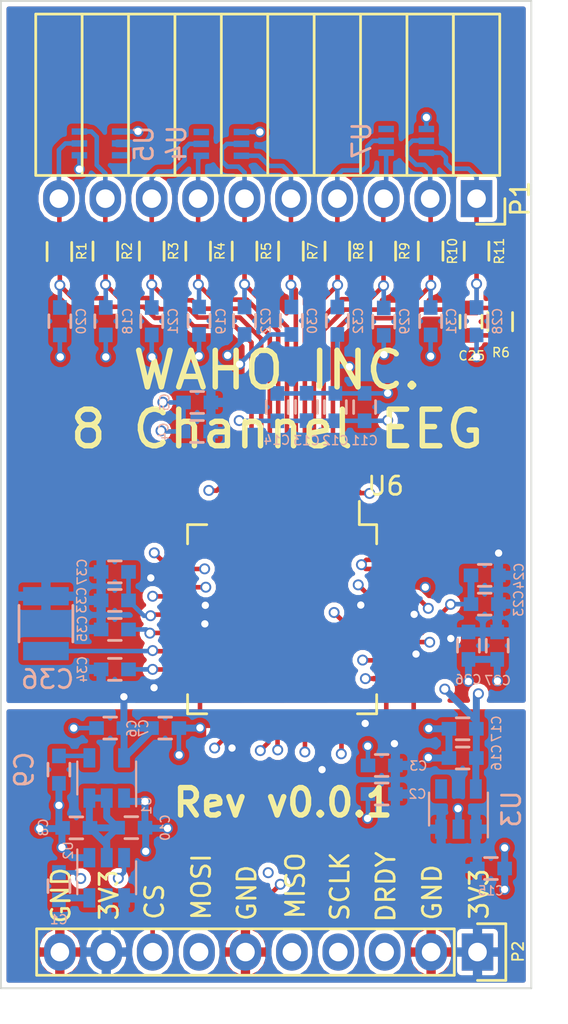
<source format=kicad_pcb>
(kicad_pcb (version 4) (host pcbnew 4.0.4-stable)
  (layers (0 F.Cu signal) (1 In1.Cu signal) (2 In2.Cu signal) (31 B.Cu signal) (34 B.Paste user) (35 F.Paste user) (36 B.SilkS user) (37 F.SilkS user) (38 B.Mask user) (39 F.Mask user) (44 Edge.Cuts user))
  (net 0 "")
  (net 1 "Net-(C1-Pad1)")
  (net 2 "Net-(C1-Pad2)")
  (net 3 VDD)
  (net 4 GNDA)
  (net 5 VDDA)
  (net 6 VSSA)
  (net 7 /-RAW)
  (net 8 "Net-(C9-Pad1)")
  (net 9 /IN1N)
  (net 10 /IN3N)
  (net 11 /INSRB2)
  (net 12 /IN2N)
  (net 13 /IN4N)
  (net 14 "Net-(C23-Pad2)")
  (net 15 /BIAS_DRV)
  (net 16 "Net-(C25-Pad2)")
  (net 17 /IN7N)
  (net 18 /IN5N)
  (net 19 /IN8N)
  (net 20 /IN6N)
  (net 21 "Net-(C33-Pad2)")
  (net 22 "Net-(C34-Pad1)")
  (net 23 "Net-(C35-Pad1)")
  (net 24 "Net-(C36-Pad1)")
  (net 25 /SRB2)
  (net 26 /1N)
  (net 27 /2N)
  (net 28 /3N)
  (net 29 /4N)
  (net 30 /5N)
  (net 31 /6N)
  (net 32 /7N)
  (net 33 /8N)
  (net 34 /BIAS)
  (net 35 /DRDY)
  (net 36 /SCLK)
  (net 37 /MISO)
  (net 38 /MOSI)
  (net 39 /CS)
  (net 40 "Net-(U4-Pad6)")
  (net 41 "Net-(U5-Pad6)")
  (net 42 "Net-(U6-Pad2)")
  (net 43 "Net-(U6-Pad4)")
  (net 44 "Net-(U6-Pad6)")
  (net 45 "Net-(U6-Pad8)")
  (net 46 "Net-(U6-Pad10)")
  (net 47 "Net-(U6-Pad12)")
  (net 48 "Net-(U6-Pad14)")
  (net 49 "Net-(U6-Pad16)")
  (net 50 "Net-(U6-Pad17)")
  (net 51 "Net-(U6-Pad27)")
  (net 52 "Net-(U6-Pad29)")
  (net 53 /RESET)
  (net 54 "Net-(U6-Pad37)")
  (net 55 "Net-(U6-Pad38)")
  (net 56 "Net-(U6-Pad41)")
  (net 57 "Net-(U6-Pad42)")
  (net 58 "Net-(U6-Pad44)")
  (net 59 "Net-(U6-Pad45)")
  (net 60 "Net-(U6-Pad46)")
  (net 61 "Net-(U6-Pad61)")
  (net 62 "Net-(U6-Pad64)")
  (net 63 "Net-(U7-Pad6)")
  (module Capacitors_SMD:C_0603 (layer B.Cu) (at 35.2806 76.9112 90)
    (fp_text reference C1 (at -1.8288 0 180) (layer B.SilkS) (effects (font (size 0.5 0.5) (thickness 0.08)) (justify mirror)))
    (fp_text value 10uF hide)
    (pad 1 smd rect (at -0.75 0 90) (size 0.8 0.75) (layers B.Cu B.Paste B.Mask) (net 1 "Net-(C1-Pad1)"))
    (pad 2 smd rect (at 0.75 0 90) (size 0.8 0.75) (layers B.Cu B.Paste B.Mask) (net 2 "Net-(C1-Pad2)"))
  )
  (module Capacitors_SMD:C_0603 (layer B.Cu) (at 52.9463 71.8693 180)
    (fp_text reference C2 (at -1.9558 0 180) (layer B.SilkS) (effects (font (size 0.5 0.5) (thickness 0.08)) (justify mirror)))
    (fp_text value 1uF hide)
    (pad 1 smd rect (at -0.75 0 180) (size 0.8 0.75) (layers B.Cu B.Paste B.Mask) (net 3 VDD))
    (pad 2 smd rect (at 0.75 0 180) (size 0.8 0.75) (layers B.Cu B.Paste B.Mask) (net 4 GNDA))
  )
  (module Capacitors_SMD:C_0603 (layer B.Cu) (at 52.9463 70.3072 180)
    (fp_text reference C3 (at -2.0066 -0.0254 180) (layer B.SilkS) (effects (font (size 0.5 0.5) (thickness 0.08)) (justify mirror)))
    (fp_text value 0.1uF hide)
    (pad 1 smd rect (at -0.75 0 180) (size 0.8 0.75) (layers B.Cu B.Paste B.Mask) (net 3 VDD))
    (pad 2 smd rect (at 0.75 0 180) (size 0.8 0.75) (layers B.Cu B.Paste B.Mask) (net 4 GNDA))
  )
  (module Capacitors_SMD:C_0603 (layer B.Cu) (at 42.8371 52.0319)
    (fp_text reference C4 (at -1.8161 0 270) (layer B.SilkS) (effects (font (size 0.5 0.5) (thickness 0.08)) (justify mirror)))
    (fp_text value 1uF hide)
    (pad 1 smd rect (at -0.75 0) (size 0.8 0.75) (layers B.Cu B.Paste B.Mask) (net 5 VDDA))
    (pad 2 smd rect (at 0.75 0) (size 0.8 0.75) (layers B.Cu B.Paste B.Mask) (net 6 VSSA))
  )
  (module Capacitors_SMD:C_0603 (layer B.Cu) (at 42.8498 50.4444)
    (fp_text reference C5 (at -1.778 -0.0127 270) (layer B.SilkS) (effects (font (size 0.5 0.5) (thickness 0.08)) (justify mirror)))
    (fp_text value 0.1uF hide)
    (pad 1 smd rect (at -0.75 0) (size 0.8 0.75) (layers B.Cu B.Paste B.Mask) (net 5 VDDA))
    (pad 2 smd rect (at 0.75 0) (size 0.8 0.75) (layers B.Cu B.Paste B.Mask) (net 6 VSSA))
  )
  (module Capacitors_SMD:C_0603 (layer B.Cu) (at 41.0972 68.2625)
    (fp_text reference C6 (at -1.8288 0.0254 90) (layer B.SilkS) (effects (font (size 0.5 0.5) (thickness 0.08)) (justify mirror)))
    (fp_text value 2.2uF hide)
    (pad 1 smd rect (at -0.75 0) (size 0.8 0.75) (layers B.Cu B.Paste B.Mask) (net 6 VSSA))
    (pad 2 smd rect (at 0.75 0) (size 0.8 0.75) (layers B.Cu B.Paste B.Mask) (net 4 GNDA))
  )
  (module Capacitors_SMD:C_0603 (layer B.Cu) (at 38.0873 68.2625 180)
    (fp_text reference C7 (at -1.8288 0 270) (layer B.SilkS) (effects (font (size 0.5 0.5) (thickness 0.08)) (justify mirror)))
    (fp_text value 10uF hide)
    (pad 1 smd rect (at -0.75 0 180) (size 0.8 0.75) (layers B.Cu B.Paste B.Mask) (net 6 VSSA))
    (pad 2 smd rect (at 0.75 0 180) (size 0.8 0.75) (layers B.Cu B.Paste B.Mask) (net 4 GNDA))
  )
  (module Capacitors_SMD:C_0603 (layer B.Cu) (at 36.2331 73.7235 180)
    (fp_text reference C8 (at 1.8034 0.0254 270) (layer B.SilkS) (effects (font (size 0.5 0.5) (thickness 0.08)) (justify mirror)))
    (fp_text value 2.2uF hide)
    (pad 1 smd rect (at -0.75 0 180) (size 0.8 0.75) (layers B.Cu B.Paste B.Mask) (net 7 /-RAW))
    (pad 2 smd rect (at 0.75 0 180) (size 0.8 0.75) (layers B.Cu B.Paste B.Mask) (net 4 GNDA))
  )
  (module Capacitors_SMD:C_0603 (layer B.Cu) (at 35.2806 70.5358 270)
    (fp_text reference C9 (at 0 1.9 270) (layer B.SilkS) (effects (justify mirror)))
    (fp_text value 0.01uF hide)
    (pad 1 smd rect (at -0.75 0 270) (size 0.8 0.75) (layers B.Cu B.Paste B.Mask) (net 8 "Net-(C9-Pad1)"))
    (pad 2 smd rect (at 0.75 0 270) (size 0.8 0.75) (layers B.Cu B.Paste B.Mask) (net 4 GNDA))
  )
  (module Capacitors_SMD:C_0603 (layer B.Cu) (at 39.243 73.7108)
    (fp_text reference C10 (at 1.8542 0 90) (layer B.SilkS) (effects (font (size 0.5 0.5) (thickness 0.08)) (justify mirror)))
    (fp_text value 10uF hide)
    (pad 1 smd rect (at -0.75 0) (size 0.8 0.75) (layers B.Cu B.Paste B.Mask) (net 7 /-RAW))
    (pad 2 smd rect (at 0.75 0) (size 0.8 0.75) (layers B.Cu B.Paste B.Mask) (net 4 GNDA))
  )
  (module Capacitors_SMD:C_0603 (layer B.Cu) (at 52.012025 50.697762 90)
    (fp_text reference C11 (at -1.8288 0 360) (layer B.SilkS) (effects (font (size 0.5 0.5) (thickness 0.08)) (justify mirror)))
    (fp_text value 1uF hide)
    (pad 1 smd rect (at -0.75 0 90) (size 0.8 0.75) (layers B.Cu B.Paste B.Mask) (net 5 VDDA))
    (pad 2 smd rect (at 0.75 0 90) (size 0.8 0.75) (layers B.Cu B.Paste B.Mask) (net 4 GNDA))
  )
  (module Capacitors_SMD:C_0603 (layer B.Cu) (at 50.411825 50.697762 90)
    (fp_text reference C12 (at -1.8288 0 360) (layer B.SilkS) (effects (font (size 0.5 0.5) (thickness 0.08)) (justify mirror)))
    (fp_text value 0.1uF hide)
    (pad 1 smd rect (at -0.75 0 90) (size 0.8 0.75) (layers B.Cu B.Paste B.Mask) (net 5 VDDA))
    (pad 2 smd rect (at 0.75 0 90) (size 0.8 0.75) (layers B.Cu B.Paste B.Mask) (net 4 GNDA))
  )
  (module Capacitors_SMD:C_0603 (layer B.Cu) (at 48.834823 50.689101 90)
    (fp_text reference C13 (at -1.8415 0 360) (layer B.SilkS) (effects (font (size 0.5 0.5) (thickness 0.08)) (justify mirror)))
    (fp_text value 1uF hide)
    (pad 1 smd rect (at -0.75 0 90) (size 0.8 0.75) (layers B.Cu B.Paste B.Mask) (net 5 VDDA))
    (pad 2 smd rect (at 0.75 0 90) (size 0.8 0.75) (layers B.Cu B.Paste B.Mask) (net 4 GNDA))
  )
  (module Capacitors_SMD:C_0603 (layer B.Cu) (at 47.234624 50.701801 90)
    (fp_text reference C14 (at -1.8034 -0.0254 360) (layer B.SilkS) (effects (font (size 0.5 0.5) (thickness 0.08)) (justify mirror)))
    (fp_text value 0.1uF hide)
    (pad 1 smd rect (at -0.75 0 90) (size 0.8 0.75) (layers B.Cu B.Paste B.Mask) (net 5 VDDA))
    (pad 2 smd rect (at 0.75 0 90) (size 0.8 0.75) (layers B.Cu B.Paste B.Mask) (net 4 GNDA))
  )
  (module Capacitors_SMD:C_0603 (layer B.Cu) (at 58.928 75.946)
    (fp_text reference C15 (at 0 1.2192) (layer B.SilkS) (effects (font (size 0.5 0.5) (thickness 0.08)) (justify mirror)))
    (fp_text value 2.2uF hide)
    (pad 1 smd rect (at -0.75 0) (size 0.8 0.75) (layers B.Cu B.Paste B.Mask) (net 3 VDD))
    (pad 2 smd rect (at 0.75 0) (size 0.8 0.75) (layers B.Cu B.Paste B.Mask) (net 4 GNDA))
  )
  (module Capacitors_SMD:C_0603 (layer B.Cu) (at 57.3786 69.9008 180)
    (fp_text reference C16 (at -1.8542 0.0254 270) (layer B.SilkS) (effects (font (size 0.5 0.5) (thickness 0.08)) (justify mirror)))
    (fp_text value 2.2uF hide)
    (pad 1 smd rect (at -0.75 0 180) (size 0.8 0.75) (layers B.Cu B.Paste B.Mask) (net 5 VDDA))
    (pad 2 smd rect (at 0.75 0 180) (size 0.8 0.75) (layers B.Cu B.Paste B.Mask) (net 4 GNDA))
  )
  (module Capacitors_SMD:C_0603 (layer B.Cu) (at 57.3786 68.3006 180)
    (fp_text reference C17 (at -1.8542 0 270) (layer B.SilkS) (effects (font (size 0.5 0.5) (thickness 0.08)) (justify mirror)))
    (fp_text value 10uF hide)
    (pad 1 smd rect (at -0.75 0 180) (size 0.8 0.75) (layers B.Cu B.Paste B.Mask) (net 5 VDDA))
    (pad 2 smd rect (at 0.75 0 180) (size 0.8 0.75) (layers B.Cu B.Paste B.Mask) (net 4 GNDA))
  )
  (module Capacitors_SMD:C_0603 (layer B.Cu) (at 37.846 45.9994 90)
    (fp_text reference C18 (at 0 1.1938 90) (layer B.SilkS) (effects (font (size 0.5 0.5) (thickness 0.08)) (justify mirror)))
    (fp_text value 0.01uF hide)
    (pad 1 smd rect (at -0.75 0 90) (size 0.8 0.75) (layers B.Cu B.Paste B.Mask) (net 4 GNDA))
    (pad 2 smd rect (at 0.75 0 90) (size 0.8 0.75) (layers B.Cu B.Paste B.Mask) (net 9 /IN1N))
  )
  (module Capacitors_SMD:C_0603 (layer B.Cu) (at 42.9514 45.974 90)
    (fp_text reference C19 (at -0.0254 1.1938 90) (layer B.SilkS) (effects (font (size 0.5 0.5) (thickness 0.08)) (justify mirror)))
    (fp_text value 0.01uF hide)
    (pad 1 smd rect (at -0.75 0 90) (size 0.8 0.75) (layers B.Cu B.Paste B.Mask) (net 4 GNDA))
    (pad 2 smd rect (at 0.75 0 90) (size 0.8 0.75) (layers B.Cu B.Paste B.Mask) (net 10 /IN3N))
  )
  (module Capacitors_SMD:C_0603 (layer B.Cu) (at 35.3314 45.9994 90)
    (fp_text reference C20 (at 0 1.1684 90) (layer B.SilkS) (effects (font (size 0.5 0.5) (thickness 0.08)) (justify mirror)))
    (fp_text value 0.01uF hide)
    (pad 1 smd rect (at -0.75 0 90) (size 0.8 0.75) (layers B.Cu B.Paste B.Mask) (net 4 GNDA))
    (pad 2 smd rect (at 0.75 0 90) (size 0.8 0.75) (layers B.Cu B.Paste B.Mask) (net 11 /INSRB2))
  )
  (module Capacitors_SMD:C_0603 (layer B.Cu) (at 40.3606 45.9994 90)
    (fp_text reference C21 (at 0 1.1684 90) (layer B.SilkS) (effects (font (size 0.5 0.5) (thickness 0.08)) (justify mirror)))
    (fp_text value 0.01uF hide)
    (pad 1 smd rect (at -0.75 0 90) (size 0.8 0.75) (layers B.Cu B.Paste B.Mask) (net 4 GNDA))
    (pad 2 smd rect (at 0.75 0 90) (size 0.8 0.75) (layers B.Cu B.Paste B.Mask) (net 12 /IN2N))
  )
  (module Capacitors_SMD:C_0603 (layer B.Cu) (at 45.4406 45.974 90)
    (fp_text reference C22 (at 0 1.1684 90) (layer B.SilkS) (effects (font (size 0.5 0.5) (thickness 0.08)) (justify mirror)))
    (fp_text value 0.01uF hide)
    (pad 1 smd rect (at -0.75 0 90) (size 0.8 0.75) (layers B.Cu B.Paste B.Mask) (net 4 GNDA))
    (pad 2 smd rect (at 0.75 0 90) (size 0.8 0.75) (layers B.Cu B.Paste B.Mask) (net 13 /IN4N))
  )
  (module Capacitors_SMD:C_0603 (layer B.Cu) (at 58.5851 61.4807 180)
    (fp_text reference C23 (at -1.8542 0.0381 270) (layer B.SilkS) (effects (font (size 0.5 0.5) (thickness 0.08)) (justify mirror)))
    (fp_text value 0.1uF hide)
    (pad 1 smd rect (at -0.75 0 180) (size 0.8 0.75) (layers B.Cu B.Paste B.Mask) (net 6 VSSA))
    (pad 2 smd rect (at 0.75 0 180) (size 0.8 0.75) (layers B.Cu B.Paste B.Mask) (net 14 "Net-(C23-Pad2)"))
  )
  (module Capacitors_SMD:C_0603 (layer B.Cu) (at 58.5851 59.9059 180)
    (fp_text reference C24 (at -1.8796 -0.0381 270) (layer B.SilkS) (effects (font (size 0.5 0.5) (thickness 0.08)) (justify mirror)))
    (fp_text value 1uF hide)
    (pad 1 smd rect (at -0.75 0 180) (size 0.8 0.75) (layers B.Cu B.Paste B.Mask) (net 6 VSSA))
    (pad 2 smd rect (at 0.75 0 180) (size 0.8 0.75) (layers B.Cu B.Paste B.Mask) (net 14 "Net-(C23-Pad2)"))
  )
  (module Capacitors_SMD:C_0603 (layer F.Cu) (at 57.8358 46.0248 270)
    (fp_text reference C25 (at 1.8669 -0.0381 360) (layer F.SilkS) (effects (font (size 0.5 0.5) (thickness 0.08))))
    (fp_text value 1nF hide)
    (pad 1 smd rect (at -0.75 0 270) (size 0.8 0.75) (layers F.Cu F.Paste F.Mask) (net 15 /BIAS_DRV))
    (pad 2 smd rect (at 0.75 0 270) (size 0.8 0.75) (layers F.Cu F.Paste F.Mask) (net 16 "Net-(C25-Pad2)"))
  )
  (module Capacitors_SMD:C_0603 (layer B.Cu) (at 57.6961 63.754 270)
    (fp_text reference C26 (at 1.8542 0.0127 360) (layer B.SilkS) (effects (font (size 0.5 0.5) (thickness 0.08)) (justify mirror)))
    (fp_text value 1uF hide)
    (pad 1 smd rect (at -0.75 0 270) (size 0.8 0.75) (layers B.Cu B.Paste B.Mask) (net 6 VSSA))
    (pad 2 smd rect (at 0.75 0 270) (size 0.8 0.75) (layers B.Cu B.Paste B.Mask) (net 4 GNDA))
  )
  (module Capacitors_SMD:C_0603 (layer B.Cu) (at 59.2709 63.754 270)
    (fp_text reference C27 (at 1.905 -0.0254 360) (layer B.SilkS) (effects (font (size 0.5 0.5) (thickness 0.08)) (justify mirror)))
    (fp_text value 1uF hide)
    (pad 1 smd rect (at -0.75 0 270) (size 0.8 0.75) (layers B.Cu B.Paste B.Mask) (net 6 VSSA))
    (pad 2 smd rect (at 0.75 0 270) (size 0.8 0.75) (layers B.Cu B.Paste B.Mask) (net 4 GNDA))
  )
  (module Capacitors_SMD:C_0603 (layer B.Cu) (at 58.1406 45.9994 270)
    (fp_text reference C28 (at 0 -1.143 270) (layer B.SilkS) (effects (font (size 0.5 0.5) (thickness 0.08)) (justify mirror)))
    (fp_text value 0.01uF hide)
    (pad 1 smd rect (at -0.75 0 270) (size 0.8 0.75) (layers B.Cu B.Paste B.Mask) (net 15 /BIAS_DRV))
    (pad 2 smd rect (at 0.75 0 270) (size 0.8 0.75) (layers B.Cu B.Paste B.Mask) (net 4 GNDA))
  )
  (module Capacitors_SMD:C_0603 (layer B.Cu) (at 53.0606 46.0248 270)
    (fp_text reference C29 (at -0.0254 -1.143 270) (layer B.SilkS) (effects (font (size 0.5 0.5) (thickness 0.08)) (justify mirror)))
    (fp_text value 0.01uF hide)
    (pad 1 smd rect (at -0.75 0 270) (size 0.8 0.75) (layers B.Cu B.Paste B.Mask) (net 17 /IN7N))
    (pad 2 smd rect (at 0.75 0 270) (size 0.8 0.75) (layers B.Cu B.Paste B.Mask) (net 4 GNDA))
  )
  (module Capacitors_SMD:C_0603 (layer B.Cu) (at 48.006 45.974 270)
    (fp_text reference C30 (at 0 -1.143 270) (layer B.SilkS) (effects (font (size 0.5 0.5) (thickness 0.08)) (justify mirror)))
    (fp_text value 0.01uF hide)
    (pad 1 smd rect (at -0.75 0 270) (size 0.8 0.75) (layers B.Cu B.Paste B.Mask) (net 18 /IN5N))
    (pad 2 smd rect (at 0.75 0 270) (size 0.8 0.75) (layers B.Cu B.Paste B.Mask) (net 4 GNDA))
  )
  (module Capacitors_SMD:C_0603 (layer B.Cu) (at 55.626 45.9994 270)
    (fp_text reference C31 (at 0 -1.143 270) (layer B.SilkS) (effects (font (size 0.5 0.5) (thickness 0.08)) (justify mirror)))
    (fp_text value 0.01uF hide)
    (pad 1 smd rect (at -0.75 0 270) (size 0.8 0.75) (layers B.Cu B.Paste B.Mask) (net 19 /IN8N))
    (pad 2 smd rect (at 0.75 0 270) (size 0.8 0.75) (layers B.Cu B.Paste B.Mask) (net 4 GNDA))
  )
  (module Capacitors_SMD:C_0603 (layer B.Cu) (at 50.5206 45.974 270)
    (fp_text reference C32 (at 0 -1.143 270) (layer B.SilkS) (effects (font (size 0.5 0.5) (thickness 0.08)) (justify mirror)))
    (fp_text value 0.01uF hide)
    (pad 1 smd rect (at -0.75 0 270) (size 0.8 0.75) (layers B.Cu B.Paste B.Mask) (net 20 /IN6N))
    (pad 2 smd rect (at 0.75 0 270) (size 0.8 0.75) (layers B.Cu B.Paste B.Mask) (net 4 GNDA))
  )
  (module Capacitors_SMD:C_0603 (layer B.Cu) (at 38.3413 61.2775)
    (fp_text reference C33 (at -1.8161 -0.0127 270) (layer B.SilkS) (effects (font (size 0.5 0.5) (thickness 0.08)) (justify mirror)))
    (fp_text value 10uF hide)
    (pad 1 smd rect (at -0.75 0) (size 0.8 0.75) (layers B.Cu B.Paste B.Mask) (net 6 VSSA))
    (pad 2 smd rect (at 0.75 0) (size 0.8 0.75) (layers B.Cu B.Paste B.Mask) (net 21 "Net-(C33-Pad2)"))
  )
  (module Capacitors_SMD:C_0603 (layer B.Cu) (at 38.3413 65.0494 180)
    (fp_text reference C34 (at 1.778 0 450) (layer B.SilkS) (effects (font (size 0.5 0.5) (thickness 0.08)) (justify mirror)))
    (fp_text value 1uF hide)
    (pad 1 smd rect (at -0.75 0 180) (size 0.8 0.75) (layers B.Cu B.Paste B.Mask) (net 22 "Net-(C34-Pad1)"))
    (pad 2 smd rect (at 0.75 0 180) (size 0.8 0.75) (layers B.Cu B.Paste B.Mask) (net 6 VSSA))
  )
  (module Capacitors_SMD:C_0603 (layer B.Cu) (at 38.3413 62.865 180)
    (fp_text reference C35 (at 1.778 0.0381 450) (layer B.SilkS) (effects (font (size 0.5 0.5) (thickness 0.08)) (justify mirror)))
    (fp_text value 1uF hide)
    (pad 1 smd rect (at -0.75 0 180) (size 0.8 0.75) (layers B.Cu B.Paste B.Mask) (net 23 "Net-(C35-Pad1)"))
    (pad 2 smd rect (at 0.75 0 180) (size 0.8 0.75) (layers B.Cu B.Paste B.Mask) (net 6 VSSA))
  )
  (module Capacitors_SMD:C_1210 (layer B.Cu) (at 34.5694 62.5475 90)
    (fp_text reference C36 (at -3.048 0.0889 360) (layer B.SilkS) (effects (justify mirror)))
    (fp_text value 100uF hide)
    (pad 1 smd rect (at -1.5 0 90) (size 1 2.5) (layers B.Cu B.Paste B.Mask) (net 24 "Net-(C36-Pad1)"))
    (pad 2 smd rect (at 1.5 0 90) (size 1 2.5) (layers B.Cu B.Paste B.Mask) (net 6 VSSA))
  )
  (module Capacitors_SMD:C_0603 (layer B.Cu) (at 38.3413 59.7154)
    (fp_text reference C37 (at -1.7907 0 270) (layer B.SilkS) (effects (font (size 0.5 0.5) (thickness 0.08)) (justify mirror)))
    (fp_text value 0.1uF hide)
    (pad 1 smd rect (at -0.75 0) (size 0.8 0.75) (layers B.Cu B.Paste B.Mask) (net 6 VSSA))
    (pad 2 smd rect (at 0.75 0) (size 0.8 0.75) (layers B.Cu B.Paste B.Mask) (net 21 "Net-(C33-Pad2)"))
  )
  (module Socket_Strips:Socket_Strip_Angled_1x10 (layer F.Cu) (at 58.1406 39.2938 180)
    (fp_text reference P1 (at -2.3876 0 270) (layer F.SilkS))
    (fp_text value CONN_01X10)
    (pad 1 thru_hole rect (at 0 0 180) (size 1.7272 2.032) (drill 1.016) (layers *.Cu *.Mask) (net 34 /BIAS))
    (pad 2 thru_hole oval (at 2.54 0 180) (size 1.7272 2.032) (drill 1.016) (layers *.Cu *.Mask) (net 33 /8N))
    (pad 3 thru_hole oval (at 5.08 0 180) (size 1.7272 2.032) (drill 1.016) (layers *.Cu *.Mask) (net 32 /7N))
    (pad 4 thru_hole oval (at 7.62 0 180) (size 1.7272 2.032) (drill 1.016) (layers *.Cu *.Mask) (net 31 /6N))
    (pad 5 thru_hole oval (at 10.16 0 180) (size 1.7272 2.032) (drill 1.016) (layers *.Cu *.Mask) (net 30 /5N))
    (pad 6 thru_hole oval (at 12.7 0 180) (size 1.7272 2.032) (drill 1.016) (layers *.Cu *.Mask) (net 29 /4N))
    (pad 7 thru_hole oval (at 15.24 0 180) (size 1.7272 2.032) (drill 1.016) (layers *.Cu *.Mask) (net 28 /3N))
    (pad 8 thru_hole oval (at 17.78 0 180) (size 1.7272 2.032) (drill 1.016) (layers *.Cu *.Mask) (net 27 /2N))
    (pad 9 thru_hole oval (at 20.32 0 180) (size 1.7272 2.032) (drill 1.016) (layers *.Cu *.Mask) (net 26 /1N))
    (pad 10 thru_hole oval (at 22.86 0 180) (size 1.7272 2.032) (drill 1.016) (layers *.Cu *.Mask) (net 25 /SRB2))
  )
  (module Socket_Strips:Socket_Strip_Straight_1x10 (layer F.Cu) (at 58.1914 80.518 180)
    (fp_text reference P2 (at -2.2225 0.0254 270) (layer F.SilkS) (effects (font (size 0.6 0.6) (thickness 0.1))))
    (fp_text value CONN_01X10)
    (pad 1 thru_hole rect (at 0 0 180) (size 1.7272 2.032) (drill 1.016) (layers *.Cu *.Mask) (net 3 VDD))
    (pad 2 thru_hole oval (at 2.54 0 180) (size 1.7272 2.032) (drill 1.016) (layers *.Cu *.Mask) (net 4 GNDA))
    (pad 3 thru_hole oval (at 5.08 0 180) (size 1.7272 2.032) (drill 1.016) (layers *.Cu *.Mask) (net 35 /DRDY))
    (pad 4 thru_hole oval (at 7.62 0 180) (size 1.7272 2.032) (drill 1.016) (layers *.Cu *.Mask) (net 36 /SCLK))
    (pad 5 thru_hole oval (at 10.16 0 180) (size 1.7272 2.032) (drill 1.016) (layers *.Cu *.Mask) (net 37 /MISO))
    (pad 6 thru_hole oval (at 12.7 0 180) (size 1.7272 2.032) (drill 1.016) (layers *.Cu *.Mask) (net 4 GNDA))
    (pad 7 thru_hole oval (at 15.24 0 180) (size 1.7272 2.032) (drill 1.016) (layers *.Cu *.Mask) (net 38 /MOSI))
    (pad 8 thru_hole oval (at 17.78 0 180) (size 1.7272 2.032) (drill 1.016) (layers *.Cu *.Mask) (net 39 /CS))
    (pad 9 thru_hole oval (at 20.32 0 180) (size 1.7272 2.032) (drill 1.016) (layers *.Cu *.Mask) (net 3 VDD))
    (pad 10 thru_hole oval (at 22.86 0 180) (size 1.7272 2.032) (drill 1.016) (layers *.Cu *.Mask) (net 4 GNDA))
  )
  (module Resistors_SMD:R_0603 (layer F.Cu) (at 35.306 42.1894 90)
    (fp_text reference R1 (at 0.0254 1.2192 270) (layer F.SilkS) (effects (font (size 0.5 0.5) (thickness 0.08))))
    (fp_text value 2.2k hide)
    (pad 1 smd rect (at -0.75 0 90) (size 0.5 0.9) (layers F.Cu F.Paste F.Mask) (net 11 /INSRB2))
    (pad 2 smd rect (at 0.75 0 90) (size 0.5 0.9) (layers F.Cu F.Paste F.Mask) (net 25 /SRB2))
  )
  (module Resistors_SMD:R_0603 (layer F.Cu) (at 37.8206 42.164 90)
    (fp_text reference R2 (at 0 1.1938 270) (layer F.SilkS) (effects (font (size 0.5 0.5) (thickness 0.08))))
    (fp_text value 2.2k hide)
    (pad 1 smd rect (at -0.75 0 90) (size 0.5 0.9) (layers F.Cu F.Paste F.Mask) (net 9 /IN1N))
    (pad 2 smd rect (at 0.75 0 90) (size 0.5 0.9) (layers F.Cu F.Paste F.Mask) (net 26 /1N))
  )
  (module Resistors_SMD:R_0603 (layer F.Cu) (at 40.3606 42.164 90)
    (fp_text reference R3 (at 0 1.1938 270) (layer F.SilkS) (effects (font (size 0.5 0.5) (thickness 0.08))))
    (fp_text value 2.2k hide)
    (pad 1 smd rect (at -0.75 0 90) (size 0.5 0.9) (layers F.Cu F.Paste F.Mask) (net 12 /IN2N))
    (pad 2 smd rect (at 0.75 0 90) (size 0.5 0.9) (layers F.Cu F.Paste F.Mask) (net 27 /2N))
  )
  (module Resistors_SMD:R_0603 (layer F.Cu) (at 42.9006 42.164 90)
    (fp_text reference R4 (at 0 1.1938 270) (layer F.SilkS) (effects (font (size 0.5 0.5) (thickness 0.08))))
    (fp_text value 2.2k hide)
    (pad 1 smd rect (at -0.75 0 90) (size 0.5 0.9) (layers F.Cu F.Paste F.Mask) (net 10 /IN3N))
    (pad 2 smd rect (at 0.75 0 90) (size 0.5 0.9) (layers F.Cu F.Paste F.Mask) (net 28 /3N))
  )
  (module Resistors_SMD:R_0603 (layer F.Cu) (at 45.4406 42.164 90)
    (fp_text reference R5 (at 0 1.1938 270) (layer F.SilkS) (effects (font (size 0.5 0.5) (thickness 0.08))))
    (fp_text value 2.2k hide)
    (pad 1 smd rect (at -0.75 0 90) (size 0.5 0.9) (layers F.Cu F.Paste F.Mask) (net 13 /IN4N))
    (pad 2 smd rect (at 0.75 0 90) (size 0.5 0.9) (layers F.Cu F.Paste F.Mask) (net 29 /4N))
  )
  (module Resistors_SMD:R_0603 (layer F.Cu) (at 59.436 46.0248 270)
    (fp_text reference R6 (at 1.6891 -0.0381 360) (layer F.SilkS) (effects (font (size 0.5 0.5) (thickness 0.08))))
    (fp_text value 1M hide)
    (pad 1 smd rect (at -0.75 0 270) (size 0.5 0.9) (layers F.Cu F.Paste F.Mask) (net 15 /BIAS_DRV))
    (pad 2 smd rect (at 0.75 0 270) (size 0.5 0.9) (layers F.Cu F.Paste F.Mask) (net 16 "Net-(C25-Pad2)"))
  )
  (module Resistors_SMD:R_0603 (layer F.Cu) (at 47.9806 42.164 90)
    (fp_text reference R7 (at 0 1.1938 270) (layer F.SilkS) (effects (font (size 0.5 0.5) (thickness 0.08))))
    (fp_text value 2.2k hide)
    (pad 1 smd rect (at -0.75 0 90) (size 0.5 0.9) (layers F.Cu F.Paste F.Mask) (net 18 /IN5N))
    (pad 2 smd rect (at 0.75 0 90) (size 0.5 0.9) (layers F.Cu F.Paste F.Mask) (net 30 /5N))
  )
  (module Resistors_SMD:R_0603 (layer F.Cu) (at 50.5206 42.164 90)
    (fp_text reference R8 (at 0 1.1684 270) (layer F.SilkS) (effects (font (size 0.5 0.5) (thickness 0.08))))
    (fp_text value 2.2k hide)
    (pad 1 smd rect (at -0.75 0 90) (size 0.5 0.9) (layers F.Cu F.Paste F.Mask) (net 20 /IN6N))
    (pad 2 smd rect (at 0.75 0 90) (size 0.5 0.9) (layers F.Cu F.Paste F.Mask) (net 31 /6N))
  )
  (module Resistors_SMD:R_0603 (layer F.Cu) (at 53.0352 42.164 90)
    (fp_text reference R9 (at 0 1.1684 270) (layer F.SilkS) (effects (font (size 0.5 0.5) (thickness 0.08))))
    (fp_text value 2.2k hide)
    (pad 1 smd rect (at -0.75 0 90) (size 0.5 0.9) (layers F.Cu F.Paste F.Mask) (net 17 /IN7N))
    (pad 2 smd rect (at 0.75 0 90) (size 0.5 0.9) (layers F.Cu F.Paste F.Mask) (net 32 /7N))
  )
  (module Resistors_SMD:R_0603 (layer F.Cu) (at 55.626 42.164 90)
    (fp_text reference R10 (at 0 1.1938 270) (layer F.SilkS) (effects (font (size 0.5 0.5) (thickness 0.08))))
    (fp_text value 2.2k hide)
    (pad 1 smd rect (at -0.75 0 90) (size 0.5 0.9) (layers F.Cu F.Paste F.Mask) (net 19 /IN8N))
    (pad 2 smd rect (at 0.75 0 90) (size 0.5 0.9) (layers F.Cu F.Paste F.Mask) (net 33 /8N))
  )
  (module Resistors_SMD:R_0603 (layer F.Cu) (at 58.1406 42.164 90)
    (fp_text reference R11 (at 0 1.2446 270) (layer F.SilkS) (effects (font (size 0.5 0.5) (thickness 0.08))))
    (fp_text value 2.2k hide)
    (pad 1 smd rect (at -0.75 0 90) (size 0.5 0.9) (layers F.Cu F.Paste F.Mask) (net 15 /BIAS_DRV))
    (pad 2 smd rect (at 0.75 0 90) (size 0.5 0.9) (layers F.Cu F.Paste F.Mask) (net 34 /BIAS))
  )
  (module TO_SOT_Packages_SMD:SOT-23-5 (layer B.Cu) (at 37.8968 70.993 90)
    (fp_text reference U1 (at -1.5113 2.1844 90) (layer B.SilkS) (effects (font (size 0.5 0.5) (thickness 0.08)) (justify mirror)))
    (fp_text value TPS72325 hide)
    (pad 1 smd rect (at -1.1 0.95 90) (size 1.06 0.65) (layers B.Cu B.Paste B.Mask) (net 4 GNDA))
    (pad 2 smd rect (at -1.1 0 90) (size 1.06 0.65) (layers B.Cu B.Paste B.Mask) (net 7 /-RAW))
    (pad 3 smd rect (at -1.1 -0.95 90) (size 1.06 0.65) (layers B.Cu B.Paste B.Mask) (net 7 /-RAW))
    (pad 4 smd rect (at 1.1 -0.95 90) (size 1.06 0.65) (layers B.Cu B.Paste B.Mask) (net 8 "Net-(C9-Pad1)"))
    (pad 5 smd rect (at 1.1 0.95 90) (size 1.06 0.65) (layers B.Cu B.Paste B.Mask) (net 6 VSSA))
  )
  (module TO_SOT_Packages_SMD:SOT-23-6 (layer B.Cu) (at 37.8968 76.454 270)
    (fp_text reference U2 (at -1.4986 2.1082 270) (layer B.SilkS) (effects (font (size 0.5 0.5) (thickness 0.08)) (justify mirror)))
    (fp_text value LM2664 hide)
    (pad 1 smd rect (at -1.1 0.95 270) (size 1.06 0.65) (layers B.Cu B.Paste B.Mask) (net 4 GNDA))
    (pad 2 smd rect (at -1.1 0 270) (size 1.06 0.65) (layers B.Cu B.Paste B.Mask) (net 7 /-RAW))
    (pad 3 smd rect (at -1.1 -0.95 270) (size 1.06 0.65) (layers B.Cu B.Paste B.Mask) (net 2 "Net-(C1-Pad2)"))
    (pad 4 smd rect (at 1.1 -0.95 270) (size 1.06 0.65) (layers B.Cu B.Paste B.Mask) (net 3 VDD))
    (pad 6 smd rect (at 1.1 0.95 270) (size 1.06 0.65) (layers B.Cu B.Paste B.Mask) (net 1 "Net-(C1-Pad1)"))
    (pad 5 smd rect (at 1.1 0 270) (size 1.06 0.65) (layers B.Cu B.Paste B.Mask) (net 3 VDD))
  )
  (module TO_SOT_Packages_SMD:SOT-23-5 (layer B.Cu) (at 57.15 72.6948 90)
    (fp_text reference U3 (at 0 2.9 90) (layer B.SilkS) (effects (justify mirror)))
    (fp_text value TLV70025DDC hide)
    (pad 1 smd rect (at -1.1 0.95 90) (size 1.06 0.65) (layers B.Cu B.Paste B.Mask) (net 3 VDD))
    (pad 2 smd rect (at -1.1 0 90) (size 1.06 0.65) (layers B.Cu B.Paste B.Mask) (net 4 GNDA))
    (pad 3 smd rect (at -1.1 -0.95 90) (size 1.06 0.65) (layers B.Cu B.Paste B.Mask) (net 3 VDD))
    (pad 4 smd rect (at 1.1 -0.95 90) (size 1.06 0.65) (layers B.Cu B.Paste B.Mask))
    (pad 5 smd rect (at 1.1 0.95 90) (size 1.06 0.65) (layers B.Cu B.Paste B.Mask) (net 5 VDDA))
  )
  (module ThinkerHeadset:SC70 (layer B.Cu) (at 44.1706 36.2966 90)
    (fp_text reference U4 (at 0.0254 -2.4384 90) (layer B.SilkS) (effects (justify mirror)))
    (fp_text value TPD4E1B06 hide)
    (pad 1 smd rect (at -0.65 1.1 90) (size 0.35 0.85) (layers B.Cu B.Paste B.Mask) (net 30 /5N))
    (pad 2 smd rect (at 0 1.1 90) (size 0.35 0.85) (layers B.Cu B.Paste B.Mask) (net 29 /4N))
    (pad 3 smd rect (at 0.65 1.1 90) (size 0.35 0.85) (layers B.Cu B.Paste B.Mask) (net 4 GNDA))
    (pad 4 smd rect (at -0.65 -1.1 90) (size 0.35 0.85) (layers B.Cu B.Paste B.Mask) (net 28 /3N))
    (pad 5 smd rect (at 0 -1.1 90) (size 0.35 0.85) (layers B.Cu B.Paste B.Mask) (net 27 /2N))
    (pad 6 smd rect (at 0.65 -1.1 90) (size 0.35 0.85) (layers B.Cu B.Paste B.Mask) (net 40 "Net-(U4-Pad6)"))
  )
  (module ThinkerHeadset:SC70 (layer B.Cu) (at 37.5031 36.2712 270)
    (fp_text reference U5 (at 0.0254 -2.4384 270) (layer B.SilkS) (effects (justify mirror)))
    (fp_text value TPD4E1B06 hide)
    (pad 1 smd rect (at -0.65 1.1 270) (size 0.35 0.85) (layers B.Cu B.Paste B.Mask) (net 26 /1N))
    (pad 2 smd rect (at 0 1.1 270) (size 0.35 0.85) (layers B.Cu B.Paste B.Mask) (net 25 /SRB2))
    (pad 3 smd rect (at 0.65 1.1 270) (size 0.35 0.85) (layers B.Cu B.Paste B.Mask) (net 4 GNDA))
    (pad 4 smd rect (at -0.65 -1.1 270) (size 0.35 0.85) (layers B.Cu B.Paste B.Mask) (net 4 GNDA))
    (pad 5 smd rect (at 0 -1.1 270) (size 0.35 0.85) (layers B.Cu B.Paste B.Mask) (net 6 VSSA))
    (pad 6 smd rect (at 0.65 -1.1 270) (size 0.35 0.85) (layers B.Cu B.Paste B.Mask) (net 41 "Net-(U5-Pad6)"))
  )
  (module Housings_QFP:TQFP-64_10x10mm_Pitch0.5mm (layer F.Cu) (at 47.498 62.3062 270)
    (fp_text reference U6 (at -7.2898 -5.6642 360) (layer F.SilkS))
    (fp_text value ADS1299)
    (pad 1 smd rect (at -5.7 -3.75 270) (size 1.5 0.3) (layers F.Cu F.Paste F.Mask) (net 19 /IN8N))
    (pad 2 smd rect (at -5.7 -3.25 270) (size 1.5 0.3) (layers F.Cu F.Paste F.Mask) (net 42 "Net-(U6-Pad2)"))
    (pad 3 smd rect (at -5.7 -2.75 270) (size 1.5 0.3) (layers F.Cu F.Paste F.Mask) (net 17 /IN7N))
    (pad 4 smd rect (at -5.7 -2.25 270) (size 1.5 0.3) (layers F.Cu F.Paste F.Mask) (net 43 "Net-(U6-Pad4)"))
    (pad 5 smd rect (at -5.7 -1.75 270) (size 1.5 0.3) (layers F.Cu F.Paste F.Mask) (net 20 /IN6N))
    (pad 6 smd rect (at -5.7 -1.25 270) (size 1.5 0.3) (layers F.Cu F.Paste F.Mask) (net 44 "Net-(U6-Pad6)"))
    (pad 7 smd rect (at -5.7 -0.75 270) (size 1.5 0.3) (layers F.Cu F.Paste F.Mask) (net 18 /IN5N))
    (pad 8 smd rect (at -5.7 -0.25 270) (size 1.5 0.3) (layers F.Cu F.Paste F.Mask) (net 45 "Net-(U6-Pad8)"))
    (pad 9 smd rect (at -5.7 0.25 270) (size 1.5 0.3) (layers F.Cu F.Paste F.Mask) (net 13 /IN4N))
    (pad 10 smd rect (at -5.7 0.75 270) (size 1.5 0.3) (layers F.Cu F.Paste F.Mask) (net 46 "Net-(U6-Pad10)"))
    (pad 11 smd rect (at -5.7 1.25 270) (size 1.5 0.3) (layers F.Cu F.Paste F.Mask) (net 10 /IN3N))
    (pad 12 smd rect (at -5.7 1.75 270) (size 1.5 0.3) (layers F.Cu F.Paste F.Mask) (net 47 "Net-(U6-Pad12)"))
    (pad 13 smd rect (at -5.7 2.25 270) (size 1.5 0.3) (layers F.Cu F.Paste F.Mask) (net 12 /IN2N))
    (pad 14 smd rect (at -5.7 2.75 270) (size 1.5 0.3) (layers F.Cu F.Paste F.Mask) (net 48 "Net-(U6-Pad14)"))
    (pad 15 smd rect (at -5.7 3.25 270) (size 1.5 0.3) (layers F.Cu F.Paste F.Mask) (net 9 /IN1N))
    (pad 16 smd rect (at -5.7 3.75 270) (size 1.5 0.3) (layers F.Cu F.Paste F.Mask) (net 49 "Net-(U6-Pad16)"))
    (pad 17 smd rect (at -3.75 5.7) (size 1.5 0.3) (layers F.Cu F.Paste F.Mask) (net 50 "Net-(U6-Pad17)"))
    (pad 18 smd rect (at -3.25 5.7) (size 1.5 0.3) (layers F.Cu F.Paste F.Mask) (net 11 /INSRB2))
    (pad 19 smd rect (at -2.75 5.7) (size 1.5 0.3) (layers F.Cu F.Paste F.Mask) (net 5 VDDA))
    (pad 20 smd rect (at -2.25 5.7) (size 1.5 0.3) (layers F.Cu F.Paste F.Mask) (net 6 VSSA))
    (pad 21 smd rect (at -1.75 5.7) (size 1.5 0.3) (layers F.Cu F.Paste F.Mask) (net 5 VDDA))
    (pad 22 smd rect (at -1.25 5.7) (size 1.5 0.3) (layers F.Cu F.Paste F.Mask) (net 5 VDDA))
    (pad 23 smd rect (at -0.75 5.7) (size 1.5 0.3) (layers F.Cu F.Paste F.Mask) (net 6 VSSA))
    (pad 24 smd rect (at -0.25 5.7) (size 1.5 0.3) (layers F.Cu F.Paste F.Mask) (net 21 "Net-(C33-Pad2)"))
    (pad 25 smd rect (at 0.25 5.7) (size 1.5 0.3) (layers F.Cu F.Paste F.Mask) (net 6 VSSA))
    (pad 26 smd rect (at 0.75 5.7) (size 1.5 0.3) (layers F.Cu F.Paste F.Mask) (net 23 "Net-(C35-Pad1)"))
    (pad 27 smd rect (at 1.25 5.7) (size 1.5 0.3) (layers F.Cu F.Paste F.Mask) (net 51 "Net-(U6-Pad27)"))
    (pad 28 smd rect (at 1.75 5.7) (size 1.5 0.3) (layers F.Cu F.Paste F.Mask) (net 24 "Net-(C36-Pad1)"))
    (pad 29 smd rect (at 2.25 5.7) (size 1.5 0.3) (layers F.Cu F.Paste F.Mask) (net 52 "Net-(U6-Pad29)"))
    (pad 30 smd rect (at 2.75 5.7) (size 1.5 0.3) (layers F.Cu F.Paste F.Mask) (net 22 "Net-(C34-Pad1)"))
    (pad 31 smd rect (at 3.25 5.7) (size 1.5 0.3) (layers F.Cu F.Paste F.Mask) (net 4 GNDA))
    (pad 32 smd rect (at 3.75 5.7) (size 1.5 0.3) (layers F.Cu F.Paste F.Mask) (net 6 VSSA))
    (pad 33 smd rect (at 5.7 3.75 270) (size 1.5 0.3) (layers F.Cu F.Paste F.Mask) (net 4 GNDA))
    (pad 34 smd rect (at 5.7 3.25 270) (size 1.5 0.3) (layers F.Cu F.Paste F.Mask) (net 38 /MOSI))
    (pad 35 smd rect (at 5.7 2.75 270) (size 1.5 0.3) (layers F.Cu F.Paste F.Mask) (net 3 VDD))
    (pad 36 smd rect (at 5.7 2.25 270) (size 1.5 0.3) (layers F.Cu F.Paste F.Mask) (net 53 /RESET))
    (pad 37 smd rect (at 5.7 1.75 270) (size 1.5 0.3) (layers F.Cu F.Paste F.Mask) (net 54 "Net-(U6-Pad37)"))
    (pad 38 smd rect (at 5.7 1.25 270) (size 1.5 0.3) (layers F.Cu F.Paste F.Mask) (net 55 "Net-(U6-Pad38)"))
    (pad 39 smd rect (at 5.7 0.75 270) (size 1.5 0.3) (layers F.Cu F.Paste F.Mask) (net 39 /CS))
    (pad 40 smd rect (at 5.7 0.25 270) (size 1.5 0.3) (layers F.Cu F.Paste F.Mask) (net 36 /SCLK))
    (pad 41 smd rect (at 5.7 -0.25 270) (size 1.5 0.3) (layers F.Cu F.Paste F.Mask) (net 56 "Net-(U6-Pad41)"))
    (pad 42 smd rect (at 5.7 -0.75 270) (size 1.5 0.3) (layers F.Cu F.Paste F.Mask) (net 57 "Net-(U6-Pad42)"))
    (pad 43 smd rect (at 5.7 -1.25 270) (size 1.5 0.3) (layers F.Cu F.Paste F.Mask) (net 37 /MISO))
    (pad 44 smd rect (at 5.7 -1.75 270) (size 1.5 0.3) (layers F.Cu F.Paste F.Mask) (net 58 "Net-(U6-Pad44)"))
    (pad 45 smd rect (at 5.7 -2.25 270) (size 1.5 0.3) (layers F.Cu F.Paste F.Mask) (net 59 "Net-(U6-Pad45)"))
    (pad 46 smd rect (at 5.7 -2.75 270) (size 1.5 0.3) (layers F.Cu F.Paste F.Mask) (net 60 "Net-(U6-Pad46)"))
    (pad 47 smd rect (at 5.7 -3.25 270) (size 1.5 0.3) (layers F.Cu F.Paste F.Mask) (net 35 /DRDY))
    (pad 48 smd rect (at 5.7 -3.75 270) (size 1.5 0.3) (layers F.Cu F.Paste F.Mask) (net 3 VDD))
    (pad 49 smd rect (at 3.75 -5.7) (size 1.5 0.3) (layers F.Cu F.Paste F.Mask) (net 4 GNDA))
    (pad 50 smd rect (at 3.25 -5.7) (size 1.5 0.3) (layers F.Cu F.Paste F.Mask) (net 3 VDD))
    (pad 51 smd rect (at 2.75 -5.7) (size 1.5 0.3) (layers F.Cu F.Paste F.Mask) (net 4 GNDA))
    (pad 52 smd rect (at 2.25 -5.7) (size 1.5 0.3) (layers F.Cu F.Paste F.Mask) (net 3 VDD))
    (pad 53 smd rect (at 1.75 -5.7) (size 1.5 0.3) (layers F.Cu F.Paste F.Mask) (net 6 VSSA))
    (pad 54 smd rect (at 1.25 -5.7) (size 1.5 0.3) (layers F.Cu F.Paste F.Mask) (net 5 VDDA))
    (pad 55 smd rect (at 0.75 -5.7) (size 1.5 0.3) (layers F.Cu F.Paste F.Mask) (net 14 "Net-(C23-Pad2)"))
    (pad 56 smd rect (at 0.25 -5.7) (size 1.5 0.3) (layers F.Cu F.Paste F.Mask) (net 5 VDDA))
    (pad 57 smd rect (at -0.25 -5.7) (size 1.5 0.3) (layers F.Cu F.Paste F.Mask) (net 6 VSSA))
    (pad 58 smd rect (at -0.75 -5.7) (size 1.5 0.3) (layers F.Cu F.Paste F.Mask) (net 6 VSSA))
    (pad 59 smd rect (at -1.25 -5.7) (size 1.5 0.3) (layers F.Cu F.Paste F.Mask) (net 5 VDDA))
    (pad 60 smd rect (at -1.75 -5.7) (size 1.5 0.3) (layers F.Cu F.Paste F.Mask) (net 4 GNDA))
    (pad 61 smd rect (at -2.25 -5.7) (size 1.5 0.3) (layers F.Cu F.Paste F.Mask) (net 61 "Net-(U6-Pad61)"))
    (pad 62 smd rect (at -2.75 -5.7) (size 1.5 0.3) (layers F.Cu F.Paste F.Mask) (net 16 "Net-(C25-Pad2)"))
    (pad 63 smd rect (at -3.25 -5.7) (size 1.5 0.3) (layers F.Cu F.Paste F.Mask) (net 16 "Net-(C25-Pad2)"))
    (pad 64 smd rect (at -3.75 -5.7) (size 1.5 0.3) (layers F.Cu F.Paste F.Mask) (net 62 "Net-(U6-Pad64)"))
  )
  (module ThinkerHeadset:SC70 (layer B.Cu) (at 54.2925 36.1315 90)
    (fp_text reference U7 (at 0.0254 -2.4384 90) (layer B.SilkS) (effects (justify mirror)))
    (fp_text value TPD4E1B06 hide)
    (pad 1 smd rect (at -0.65 1.1 90) (size 0.35 0.85) (layers B.Cu B.Paste B.Mask) (net 34 /BIAS))
    (pad 2 smd rect (at 0 1.1 90) (size 0.35 0.85) (layers B.Cu B.Paste B.Mask) (net 33 /8N))
    (pad 3 smd rect (at 0.65 1.1 90) (size 0.35 0.85) (layers B.Cu B.Paste B.Mask) (net 4 GNDA))
    (pad 4 smd rect (at -0.65 -1.1 90) (size 0.35 0.85) (layers B.Cu B.Paste B.Mask) (net 32 /7N))
    (pad 5 smd rect (at 0 -1.1 90) (size 0.35 0.85) (layers B.Cu B.Paste B.Mask) (net 31 /6N))
    (pad 6 smd rect (at 0.65 -1.1 90) (size 0.35 0.85) (layers B.Cu B.Paste B.Mask) (net 63 "Net-(U7-Pad6)"))
  )
  (gr_text CS (at 40.513 77.7621 90) (layer F.SilkS) (effects (font (size 1 1))))
  (gr_text MOSI (at 43.0784 76.9493 90) (layer F.SilkS) (effects (font (size 1 1))))
  (gr_text MISO (at 48.2219 76.8858 90) (layer F.SilkS) (effects (font (size 1 1))))
  (gr_text SCLK (at 50.6603 76.9239 90) (layer F.SilkS) (effects (font (size 1 1))))
  (gr_text DRDY (at 53.1749 76.9493 90) (layer F.SilkS) (effects (font (size 1 1))))
  (gr_text GND (at 55.7149 77.2541 90) (layer F.SilkS) (effects (font (size 1 1))))
  (gr_text GND (at 45.5676 77.2795 90) (layer F.SilkS) (effects (font (size 1 1))))
  (gr_text GND (at 35.3949 77.4192 90) (layer F.SilkS) (effects (font (size 1 1))))
  (gr_text 3V3 (at 38.0238 77.3938 90) (layer F.SilkS) (effects (font (size 1 1))))
  (gr_text 3V3 (at 58.2803 77.343 90) (layer F.SilkS) (effects (font (size 1 1))))
  (gr_text "Rev v0.0.1" (at 47.5488 72.3392) (layer F.SilkS) (effects (font (size 1.5 1.5) (thickness 0.3))))
  (gr_text "WAHO INC.\n8 Channel EEG" (at 47.2186 50.292) (layer F.SilkS) (effects (font (size 2 2) (thickness 0.3))))
  (gr_line (start 32.1056 28.4734) (end 61.1378 28.4734) (angle 90) (layer Edge.Cuts) (width 0.1))
  (gr_line (start 32.1056 82.4992) (end 32.1056 28.4734) (angle 90) (layer Edge.Cuts) (width 0.1))
  (gr_line (start 34.6202 82.4992) (end 32.1056 82.4992) (angle 90) (layer Edge.Cuts) (width 0.1))
  (gr_line (start 61.1378 82.4992) (end 61.1378 28.4734) (angle 90) (layer Edge.Cuts) (width 0.1))
  (gr_line (start 34.6202 82.4992) (end 61.1378 82.4992) (angle 90) (layer Edge.Cuts) (width 0.1))
  (segment (start 35.2806 77.6612) (end 35.3878 77.554) (width 0.381) (layer B.Cu) (net 1))
  (segment (start 35.3878 77.554) (end 36.9468 77.554) (width 0.381) (layer B.Cu) (net 1))
  (segment (start 38.8468 75.354) (end 38.8468 76.1644) (width 0.25) (layer B.Cu) (net 2))
  (segment (start 36.1435 76.1612) (end 35.2806 76.1612) (width 0.25) (layer B.Cu) (net 2))
  (segment (start 36.4744 76.4921) (end 36.1435 76.1612) (width 0.25) (layer B.Cu) (net 2))
  (via (at 36.4744 76.4921) (size 0.6) (drill 0.4) (layers F.Cu B.Cu) (net 2))
  (via (at 38.5318 76.4794) (size 0.6) (drill 0.4) (layers F.Cu B.Cu) (net 2))
  (segment (start 38.8468 76.1644) (end 38.5318 76.4794) (width 0.25) (layer B.Cu) (net 2))
  (segment (start 53.198 64.5562) (end 51.9197 64.5562) (width 0.25) (layer F.Cu) (net 3))
  (via (at 49.6824 70.5358) (size 0.6) (drill 0.4) (layers F.Cu B.Cu) (net 3))
  (via (at 51.9049 64.5414) (size 0.6) (drill 0.4) (layers F.Cu B.Cu) (net 3))
  (segment (start 51.9197 64.5562) (end 51.9049 64.5414) (width 0.25) (layer F.Cu) (net 3))
  (segment (start 53.198 65.5562) (end 52.0585 65.5562) (width 0.25) (layer F.Cu) (net 3))
  (via (at 53.6448 69.1134) (size 0.6) (drill 0.4) (layers F.Cu B.Cu) (net 3))
  (via (at 52.0573 65.5574) (size 0.6) (drill 0.4) (layers F.Cu B.Cu) (net 3))
  (segment (start 52.0585 65.5562) (end 52.0573 65.5574) (width 0.25) (layer F.Cu) (net 3))
  (segment (start 51.248 68.0062) (end 52.0423 68.0062) (width 0.25) (layer F.Cu) (net 3))
  (via (at 52.0446 68.0085) (size 0.6) (drill 0.4) (layers F.Cu B.Cu) (net 3))
  (segment (start 52.0423 68.0062) (end 52.0446 68.0085) (width 0.25) (layer F.Cu) (net 3))
  (segment (start 44.748 68.0062) (end 44.748 69.3479) (width 0.25) (layer F.Cu) (net 3))
  (via (at 44.7548 69.3547) (size 0.6) (drill 0.4) (layers F.Cu B.Cu) (net 3))
  (segment (start 44.748 69.3479) (end 44.7548 69.3547) (width 0.25) (layer F.Cu) (net 3))
  (segment (start 53.4797 72.0859) (end 53.6963 71.8693) (width 0.25) (layer B.Cu) (net 3))
  (segment (start 37.8968 77.554) (end 38.8468 77.554) (width 0.381) (layer B.Cu) (net 3))
  (segment (start 37.8968 80.4926) (end 37.8714 80.518) (width 0.381) (layer B.Cu) (net 3))
  (via (at 52.1716 73.2028) (size 0.6) (drill 0.4) (layers F.Cu B.Cu) (net 4))
  (segment (start 54.3755 65.0562) (end 54.6989 65.3796) (width 0.25) (layer F.Cu) (net 4))
  (segment (start 54.6989 65.3796) (end 54.6989 70.6755) (width 0.25) (layer F.Cu) (net 4))
  (segment (start 54.6989 70.6755) (end 52.1716 73.2028) (width 0.25) (layer F.Cu) (net 4))
  (segment (start 53.198 65.0562) (end 54.3755 65.0562) (width 0.25) (layer F.Cu) (net 4))
  (segment (start 52.1963 73.1781) (end 52.1963 71.8693) (width 0.25) (layer B.Cu) (net 4))
  (segment (start 52.1716 73.2028) (end 52.1963 73.1781) (width 0.25) (layer B.Cu) (net 4))
  (segment (start 53.198 66.0562) (end 53.198 68.2394) (width 0.25) (layer F.Cu) (net 4))
  (segment (start 52.1963 69.2651) (end 52.1963 70.3072) (width 0.25) (layer B.Cu) (net 4))
  (segment (start 52.1843 69.2531) (end 52.1963 69.2651) (width 0.25) (layer B.Cu) (net 4))
  (via (at 52.1843 69.2531) (size 0.6) (drill 0.4) (layers F.Cu B.Cu) (net 4))
  (segment (start 53.198 68.2394) (end 52.1843 69.2531) (width 0.25) (layer F.Cu) (net 4))
  (segment (start 41.798 65.5562) (end 42.7343 65.5562) (width 0.25) (layer F.Cu) (net 4))
  (segment (start 43.0022 65.8241) (end 43.0022 68.2498) (width 0.25) (layer F.Cu) (net 4))
  (segment (start 42.7343 65.5562) (end 43.0022 65.8241) (width 0.25) (layer F.Cu) (net 4))
  (segment (start 59.678 75.946) (end 59.678 77.0883) (width 0.381) (layer B.Cu) (net 4))
  (via (at 59.6773 77.089) (size 0.6) (drill 0.4) (layers F.Cu B.Cu) (net 4))
  (segment (start 59.678 77.0883) (end 59.6773 77.089) (width 0.381) (layer B.Cu) (net 4))
  (segment (start 59.678 75.946) (end 59.678 74.8164) (width 0.381) (layer B.Cu) (net 4))
  (via (at 59.6773 74.8157) (size 0.6) (drill 0.4) (layers F.Cu B.Cu) (net 4))
  (segment (start 59.678 74.8164) (end 59.6773 74.8157) (width 0.381) (layer B.Cu) (net 4))
  (segment (start 57.15 73.7948) (end 57.15 72.6948) (width 0.381) (layer B.Cu) (net 4))
  (via (at 57.1246 72.6694) (size 0.6) (drill 0.4) (layers F.Cu B.Cu) (net 4))
  (segment (start 57.15 72.6948) (end 57.1246 72.6694) (width 0.381) (layer B.Cu) (net 4))
  (segment (start 41.8472 68.2625) (end 41.8472 69.7237) (width 0.25) (layer B.Cu) (net 4))
  (via (at 41.8592 69.7357) (size 0.6) (drill 0.4) (layers F.Cu B.Cu) (net 4))
  (segment (start 41.8472 69.7237) (end 41.8592 69.7357) (width 0.25) (layer B.Cu) (net 4))
  (via (at 55.3339 60.5536) (size 0.6) (drill 0.4) (layers F.Cu B.Cu) (net 4))
  (segment (start 55.3313 60.5562) (end 55.3339 60.5536) (width 0.25) (layer F.Cu) (net 4))
  (segment (start 53.198 60.5562) (end 55.3313 60.5562) (width 0.25) (layer F.Cu) (net 4))
  (segment (start 37.3373 68.2625) (end 36.0934 68.2625) (width 0.25) (layer B.Cu) (net 4))
  (via (at 36.0934 68.2625) (size 0.6) (drill 0.4) (layers F.Cu B.Cu) (net 4))
  (segment (start 57.6961 64.504) (end 57.6961 65.7098) (width 0.381) (layer B.Cu) (net 4))
  (via (at 57.6961 65.7098) (size 0.6) (drill 0.4) (layers F.Cu B.Cu) (net 4))
  (segment (start 59.2709 64.504) (end 59.2709 65.6717) (width 0.381) (layer B.Cu) (net 4))
  (via (at 59.2836 65.6844) (size 0.6) (drill 0.4) (layers F.Cu B.Cu) (net 4))
  (segment (start 59.2709 65.6717) (end 59.2836 65.6844) (width 0.381) (layer B.Cu) (net 4))
  (segment (start 57.6961 64.504) (end 59.2709 64.504) (width 0.381) (layer B.Cu) (net 4))
  (segment (start 56.6286 69.9008) (end 55.5244 69.9008) (width 0.381) (layer B.Cu) (net 4))
  (via (at 55.499 69.8754) (size 0.6) (drill 0.4) (layers F.Cu B.Cu) (net 4))
  (segment (start 55.5244 69.9008) (end 55.499 69.8754) (width 0.381) (layer B.Cu) (net 4))
  (segment (start 56.6286 68.3006) (end 55.5371 68.3006) (width 0.381) (layer B.Cu) (net 4))
  (via (at 55.5244 68.2879) (size 0.6) (drill 0.4) (layers F.Cu B.Cu) (net 4))
  (segment (start 55.5371 68.3006) (end 55.5244 68.2879) (width 0.381) (layer B.Cu) (net 4))
  (segment (start 56.6286 69.9008) (end 56.6286 68.3006) (width 0.381) (layer B.Cu) (net 4))
  (segment (start 43.748 68.0062) (end 43.2458 68.0062) (width 0.25) (layer F.Cu) (net 4))
  (segment (start 42.9895 68.2625) (end 43.0022 68.2498) (width 0.381) (layer B.Cu) (net 4))
  (via (at 43.0022 68.2498) (size 0.6) (drill 0.4) (layers F.Cu B.Cu) (net 4))
  (segment (start 42.9895 68.2625) (end 41.8472 68.2625) (width 0.381) (layer B.Cu) (net 4))
  (segment (start 43.2458 68.0062) (end 43.0022 68.2498) (width 0.25) (layer F.Cu) (net 4))
  (segment (start 36.9468 75.354) (end 36.0094 75.354) (width 0.381) (layer B.Cu) (net 4))
  (via (at 35.4457 74.7903) (size 0.6) (drill 0.4) (layers F.Cu B.Cu) (net 4))
  (segment (start 35.4457 74.7903) (end 35.4457 73.7609) (width 0.381) (layer B.Cu) (net 4))
  (segment (start 36.0094 75.354) (end 35.4457 74.7903) (width 0.381) (layer B.Cu) (net 4))
  (segment (start 35.4831 73.7235) (end 35.4457 73.7609) (width 0.381) (layer B.Cu) (net 4))
  (segment (start 35.4831 73.7235) (end 35.445 73.7616) (width 0.381) (layer B.Cu) (net 4))
  (segment (start 35.445 73.7616) (end 34.2265 73.7616) (width 0.381) (layer B.Cu) (net 4))
  (via (at 34.2265 73.7616) (size 0.6) (drill 0.4) (layers F.Cu B.Cu) (net 4))
  (segment (start 35.4831 73.7235) (end 35.2806 73.521) (width 0.381) (layer B.Cu) (net 4))
  (segment (start 35.2806 73.521) (end 35.2806 72.4916) (width 0.381) (layer B.Cu) (net 4))
  (segment (start 39.993 73.7108) (end 40.0304 73.7482) (width 0.381) (layer B.Cu) (net 4))
  (segment (start 40.0304 73.7482) (end 40.0304 75.0062) (width 0.381) (layer B.Cu) (net 4))
  (via (at 40.0304 75.0062) (size 0.6) (drill 0.4) (layers F.Cu B.Cu) (net 4))
  (segment (start 39.993 73.7108) (end 40.0311 73.7489) (width 0.381) (layer B.Cu) (net 4))
  (segment (start 40.0311 73.7489) (end 41.2242 73.7489) (width 0.381) (layer B.Cu) (net 4))
  (via (at 41.2242 73.7489) (size 0.6) (drill 0.4) (layers F.Cu B.Cu) (net 4))
  (segment (start 39.9923 72.2757) (end 39.993 72.2764) (width 0.381) (layer B.Cu) (net 4))
  (via (at 39.9923 72.2757) (size 0.6) (drill 0.4) (layers F.Cu B.Cu) (net 4))
  (segment (start 39.0295 72.2757) (end 39.9923 72.2757) (width 0.381) (layer B.Cu) (net 4))
  (segment (start 39.993 72.2764) (end 39.993 73.7108) (width 0.381) (layer B.Cu) (net 4))
  (segment (start 38.8468 72.093) (end 39.0295 72.2757) (width 0.381) (layer B.Cu) (net 4))
  (segment (start 35.2806 71.2858) (end 35.2806 72.4916) (width 0.381) (layer B.Cu) (net 4))
  (via (at 35.2806 72.4916) (size 0.6) (drill 0.4) (layers F.Cu B.Cu) (net 4))
  (segment (start 52.012025 49.947762) (end 53.265138 49.947762) (width 0.25) (layer B.Cu) (net 4))
  (via (at 53.2765 49.9364) (size 0.6) (drill 0.4) (layers F.Cu B.Cu) (net 4))
  (segment (start 53.265138 49.947762) (end 53.2765 49.9364) (width 0.25) (layer B.Cu) (net 4))
  (segment (start 58.1406 46.7494) (end 58.1406 47.9552) (width 0.25) (layer B.Cu) (net 4))
  (via (at 58.1406 47.9552) (size 0.6) (drill 0.4) (layers F.Cu B.Cu) (net 4))
  (segment (start 55.626 46.7494) (end 55.626 47.9171) (width 0.25) (layer B.Cu) (net 4))
  (via (at 55.626 47.9171) (size 0.6) (drill 0.4) (layers F.Cu B.Cu) (net 4))
  (segment (start 53.0606 46.7748) (end 53.0606 47.8155) (width 0.25) (layer B.Cu) (net 4))
  (segment (start 53.0733 47.8282) (end 53.0733 47.8155) (width 0.25) (layer F.Cu) (net 4))
  (via (at 53.0733 47.8282) (size 0.6) (drill 0.4) (layers F.Cu B.Cu) (net 4))
  (segment (start 53.0606 47.8155) (end 53.0733 47.8282) (width 0.25) (layer B.Cu) (net 4))
  (segment (start 50.5206 48.4632) (end 51.1556 48.4632) (width 0.25) (layer B.Cu) (net 4))
  (via (at 51.181 48.4886) (size 0.6) (drill 0.4) (layers F.Cu B.Cu) (net 4))
  (segment (start 51.1556 48.4632) (end 51.181 48.4886) (width 0.25) (layer B.Cu) (net 4))
  (segment (start 50.5206 46.724) (end 50.5206 48.4632) (width 0.25) (layer B.Cu) (net 4))
  (segment (start 50.5206 48.4632) (end 50.5206 49.838987) (width 0.25) (layer B.Cu) (net 4))
  (segment (start 50.5206 49.838987) (end 50.411825 49.947762) (width 0.25) (layer B.Cu) (net 4))
  (segment (start 47.234624 49.951801) (end 48.822123 49.951801) (width 0.25) (layer B.Cu) (net 4))
  (segment (start 48.822123 49.951801) (end 48.834823 49.939101) (width 0.25) (layer B.Cu) (net 4))
  (segment (start 48.834823 49.939101) (end 50.403164 49.939101) (width 0.25) (layer B.Cu) (net 4))
  (segment (start 50.403164 49.939101) (end 50.411825 49.947762) (width 0.25) (layer B.Cu) (net 4))
  (segment (start 50.411825 49.947762) (end 52.012025 49.947762) (width 0.25) (layer B.Cu) (net 4))
  (segment (start 48.006 46.724) (end 46.7988 46.724) (width 0.25) (layer B.Cu) (net 4))
  (via (at 45.1739 48.3489) (size 0.6) (drill 0.4) (layers F.Cu B.Cu) (net 4))
  (segment (start 46.7988 46.724) (end 45.1739 48.3489) (width 0.25) (layer B.Cu) (net 4))
  (segment (start 45.4406 46.724) (end 45.4406 46.9392) (width 0.25) (layer B.Cu) (net 4))
  (segment (start 45.4406 46.9392) (end 44.5135 47.8663) (width 0.25) (layer B.Cu) (net 4))
  (via (at 44.5135 47.8663) (size 0.6) (drill 0.4) (layers F.Cu B.Cu) (net 4))
  (segment (start 42.9514 46.724) (end 42.9514 47.9044) (width 0.25) (layer B.Cu) (net 4))
  (via (at 42.9514 47.9044) (size 0.6) (drill 0.4) (layers F.Cu B.Cu) (net 4))
  (segment (start 40.3606 46.7494) (end 40.3606 47.9425) (width 0.25) (layer B.Cu) (net 4))
  (via (at 40.3733 47.9552) (size 0.6) (drill 0.4) (layers F.Cu B.Cu) (net 4))
  (segment (start 40.3606 47.9425) (end 40.3733 47.9552) (width 0.25) (layer B.Cu) (net 4))
  (segment (start 37.846 46.7494) (end 37.846 47.9552) (width 0.25) (layer B.Cu) (net 4))
  (via (at 37.846 47.9552) (size 0.6) (drill 0.4) (layers F.Cu B.Cu) (net 4))
  (segment (start 35.3314 46.7494) (end 35.3314 47.9298) (width 0.25) (layer B.Cu) (net 4))
  (via (at 35.3568 47.9552) (size 0.6) (drill 0.4) (layers F.Cu B.Cu) (net 4))
  (segment (start 35.3314 47.9298) (end 35.3568 47.9552) (width 0.25) (layer B.Cu) (net 4))
  (segment (start 55.3925 35.4815) (end 55.3925 34.8537) (width 0.25) (layer B.Cu) (net 4))
  (via (at 55.3974 34.8488) (size 0.6) (drill 0.4) (layers F.Cu B.Cu) (net 4))
  (segment (start 55.3925 34.8537) (end 55.3974 34.8488) (width 0.25) (layer B.Cu) (net 4))
  (segment (start 45.2706 35.6466) (end 46.2765 35.6466) (width 0.25) (layer B.Cu) (net 4))
  (via (at 46.2788 35.6489) (size 0.6) (drill 0.4) (layers F.Cu B.Cu) (net 4))
  (segment (start 46.2765 35.6466) (end 46.2788 35.6489) (width 0.25) (layer B.Cu) (net 4))
  (segment (start 38.6031 35.6212) (end 39.6009 35.6212) (width 0.25) (layer B.Cu) (net 4))
  (via (at 39.6113 35.6108) (size 0.6) (drill 0.4) (layers F.Cu B.Cu) (net 4))
  (segment (start 39.6009 35.6212) (end 39.6113 35.6108) (width 0.25) (layer B.Cu) (net 4))
  (segment (start 36.4031 36.9212) (end 36.4031 37.676) (width 0.25) (layer B.Cu) (net 4))
  (via (at 36.3982 37.6809) (size 0.6) (drill 0.4) (layers F.Cu B.Cu) (net 4))
  (segment (start 36.4031 37.676) (end 36.3982 37.6809) (width 0.25) (layer B.Cu) (net 4))
  (segment (start 53.198 63.5562) (end 55.5679 63.5562) (width 0.25) (layer F.Cu) (net 5))
  (via (at 55.5752 63.5635) (size 0.6) (drill 0.4) (layers F.Cu B.Cu) (net 5))
  (segment (start 55.5679 63.5562) (end 55.5752 63.5635) (width 0.25) (layer F.Cu) (net 5))
  (segment (start 53.198 61.0562) (end 52.2932 61.0562) (width 0.25) (layer F.Cu) (net 5))
  (via (at 51.6636 60.4266) (size 0.6) (drill 0.4) (layers F.Cu B.Cu) (net 5))
  (segment (start 52.2932 61.0562) (end 51.6636 60.4266) (width 0.25) (layer F.Cu) (net 5))
  (segment (start 53.198 61.0562) (end 54.8459 61.0562) (width 0.25) (layer F.Cu) (net 5))
  (via (at 55.499 61.7093) (size 0.6) (drill 0.4) (layers F.Cu B.Cu) (net 5))
  (segment (start 54.8459 61.0562) (end 55.499 61.7093) (width 0.25) (layer F.Cu) (net 5))
  (segment (start 53.198 62.5562) (end 50.9611 62.5562) (width 0.25) (layer F.Cu) (net 5))
  (via (at 50.3428 61.9379) (size 0.6) (drill 0.4) (layers F.Cu B.Cu) (net 5))
  (segment (start 50.9611 62.5562) (end 50.3428 61.9379) (width 0.25) (layer F.Cu) (net 5))
  (segment (start 58.1286 68.3006) (end 58.1286 67.8568) (width 0.381) (layer B.Cu) (net 5))
  (via (at 56.4007 66.1289) (size 0.6) (drill 0.4) (layers F.Cu B.Cu) (net 5))
  (segment (start 58.1286 67.8568) (end 56.4007 66.1289) (width 0.381) (layer B.Cu) (net 5))
  (segment (start 58.1286 68.3006) (end 58.1286 66.4965) (width 0.381) (layer B.Cu) (net 5))
  (via (at 58.2422 66.3829) (size 0.6) (drill 0.4) (layers F.Cu B.Cu) (net 5))
  (segment (start 58.1286 66.4965) (end 58.2422 66.3829) (width 0.381) (layer B.Cu) (net 5))
  (segment (start 58.1286 69.9008) (end 58.1286 68.3006) (width 0.381) (layer B.Cu) (net 5))
  (segment (start 58.1 71.5948) (end 58.1 69.9294) (width 0.381) (layer B.Cu) (net 5))
  (segment (start 58.1 69.9294) (end 58.1286 69.9008) (width 0.381) (layer B.Cu) (net 5))
  (segment (start 41.798 59.5562) (end 43.2503 59.5562) (width 0.25) (layer F.Cu) (net 5))
  (via (at 43.2562 59.5503) (size 0.6) (drill 0.4) (layers F.Cu B.Cu) (net 5))
  (segment (start 43.2503 59.5562) (end 43.2562 59.5503) (width 0.25) (layer F.Cu) (net 5))
  (segment (start 41.798 60.5562) (end 43.3171 60.5562) (width 0.25) (layer F.Cu) (net 5))
  (via (at 43.3197 60.5536) (size 0.6) (drill 0.4) (layers F.Cu B.Cu) (net 5))
  (segment (start 43.3171 60.5562) (end 43.3197 60.5536) (width 0.25) (layer F.Cu) (net 5))
  (segment (start 41.798 60.5562) (end 41.798 61.0562) (width 0.25) (layer F.Cu) (net 5))
  (segment (start 41.798 61.0562) (end 40.4187 61.0562) (width 0.25) (layer F.Cu) (net 5))
  (via (at 40.4114 61.0489) (size 0.6) (drill 0.4) (layers F.Cu B.Cu) (net 5))
  (segment (start 40.4187 61.0562) (end 40.4114 61.0489) (width 0.25) (layer F.Cu) (net 5))
  (segment (start 52.012025 51.447762) (end 53.251038 51.447762) (width 0.25) (layer B.Cu) (net 5))
  (via (at 53.2765 51.4223) (size 0.6) (drill 0.4) (layers F.Cu B.Cu) (net 5))
  (segment (start 53.251038 51.447762) (end 53.2765 51.4223) (width 0.25) (layer B.Cu) (net 5))
  (segment (start 47.234624 51.451801) (end 45.165301 51.451801) (width 0.25) (layer B.Cu) (net 5))
  (via (at 45.1485 51.435) (size 0.6) (drill 0.4) (layers F.Cu B.Cu) (net 5))
  (segment (start 45.165301 51.451801) (end 45.1485 51.435) (width 0.25) (layer B.Cu) (net 5))
  (segment (start 50.411825 51.447762) (end 52.012025 51.447762) (width 0.25) (layer B.Cu) (net 5))
  (segment (start 47.234624 51.451801) (end 48.822123 51.451801) (width 0.25) (layer B.Cu) (net 5))
  (segment (start 48.822123 51.451801) (end 48.826162 51.447762) (width 0.25) (layer B.Cu) (net 5))
  (segment (start 48.826162 51.447762) (end 50.411825 51.447762) (width 0.25) (layer B.Cu) (net 5))
  (segment (start 42.0871 52.0319) (end 40.9067 52.0319) (width 0.25) (layer B.Cu) (net 5))
  (via (at 40.8686 51.9938) (size 0.6) (drill 0.4) (layers F.Cu B.Cu) (net 5))
  (segment (start 40.9067 52.0319) (end 40.8686 51.9938) (width 0.25) (layer B.Cu) (net 5))
  (segment (start 42.0998 50.4444) (end 40.9829 50.4444) (width 0.25) (layer B.Cu) (net 5))
  (via (at 40.9702 50.4317) (size 0.6) (drill 0.4) (layers F.Cu B.Cu) (net 5))
  (segment (start 40.9829 50.4444) (end 40.9702 50.4317) (width 0.25) (layer B.Cu) (net 5))
  (segment (start 42.0998 50.4444) (end 42.0998 52.0192) (width 0.25) (layer B.Cu) (net 5))
  (segment (start 42.0998 52.0192) (end 42.0871 52.0319) (width 0.25) (layer B.Cu) (net 5))
  (segment (start 53.198 64.0562) (end 54.6709 64.0562) (width 0.25) (layer F.Cu) (net 6))
  (segment (start 57.0872 63.004) (end 57.6961 63.004) (width 0.25) (layer B.Cu) (net 6))
  (segment (start 56.7309 63.3603) (end 57.0872 63.004) (width 0.25) (layer B.Cu) (net 6))
  (via (at 56.7309 63.3603) (size 0.6) (drill 0.4) (layers F.Cu B.Cu) (net 6))
  (via (at 54.8259 64.2112) (size 0.6) (drill 0.4) (layers F.Cu B.Cu) (net 6))
  (segment (start 54.6709 64.0562) (end 54.8259 64.2112) (width 0.25) (layer F.Cu) (net 6))
  (segment (start 41.798 66.0562) (end 40.4911 66.0562) (width 0.25) (layer F.Cu) (net 6))
  (via (at 40.4876 66.0527) (size 0.6) (drill 0.4) (layers F.Cu B.Cu) (net 6))
  (segment (start 40.4911 66.0562) (end 40.4876 66.0527) (width 0.25) (layer F.Cu) (net 6))
  (segment (start 59.3351 59.9059) (end 59.3351 58.6987) (width 0.25) (layer B.Cu) (net 6))
  (via (at 59.3471 58.6867) (size 0.6) (drill 0.4) (layers F.Cu B.Cu) (net 6))
  (segment (start 59.3351 58.6987) (end 59.3471 58.6867) (width 0.25) (layer B.Cu) (net 6))
  (segment (start 59.3351 61.4807) (end 59.3351 59.9059) (width 0.25) (layer B.Cu) (net 6))
  (segment (start 59.2709 63.004) (end 57.6961 63.004) (width 0.25) (layer B.Cu) (net 6))
  (segment (start 38.8468 69.893) (end 38.8468 68.272) (width 0.381) (layer B.Cu) (net 6))
  (segment (start 38.8468 68.272) (end 38.8373 68.2625) (width 0.381) (layer B.Cu) (net 6))
  (segment (start 40.3472 68.2625) (end 40.3472 68.3926) (width 0.381) (layer B.Cu) (net 6))
  (segment (start 40.3472 68.3926) (end 38.8468 69.893) (width 0.381) (layer B.Cu) (net 6))
  (segment (start 38.8373 68.2625) (end 40.3472 68.2625) (width 0.381) (layer B.Cu) (net 6))
  (segment (start 38.8373 68.2625) (end 38.8373 66.5487) (width 0.381) (layer B.Cu) (net 6))
  (segment (start 38.8373 66.5487) (end 38.8366 66.548) (width 0.381) (layer B.Cu) (net 6))
  (via (at 38.8366 66.548) (size 0.6) (drill 0.4) (layers F.Cu B.Cu) (net 6))
  (segment (start 41.798 60.0562) (end 40.3204 60.0562) (width 0.25) (layer F.Cu) (net 6))
  (via (at 40.3098 60.0456) (size 0.6) (drill 0.4) (layers F.Cu B.Cu) (net 6))
  (segment (start 40.3204 60.0562) (end 40.3098 60.0456) (width 0.25) (layer F.Cu) (net 6))
  (segment (start 41.798 62.5562) (end 43.2649 62.5562) (width 0.25) (layer F.Cu) (net 6))
  (via (at 43.2689 62.5602) (size 0.6) (drill 0.4) (layers F.Cu B.Cu) (net 6))
  (segment (start 43.2649 62.5562) (end 43.2689 62.5602) (width 0.25) (layer F.Cu) (net 6))
  (segment (start 41.798 61.5562) (end 43.2823 61.5562) (width 0.25) (layer F.Cu) (net 6))
  (segment (start 43.2943 61.5442) (end 43.307 61.5442) (width 0.25) (layer B.Cu) (net 6))
  (via (at 43.2943 61.5442) (size 0.6) (drill 0.4) (layers F.Cu B.Cu) (net 6))
  (segment (start 43.2823 61.5562) (end 43.2943 61.5442) (width 0.25) (layer F.Cu) (net 6))
  (segment (start 53.198 61.5562) (end 51.828 61.5562) (width 0.25) (layer F.Cu) (net 6))
  (segment (start 51.8033 61.5315) (end 51.7906 61.5315) (width 0.25) (layer B.Cu) (net 6))
  (via (at 51.8033 61.5315) (size 0.6) (drill 0.4) (layers F.Cu B.Cu) (net 6))
  (segment (start 51.828 61.5562) (end 51.8033 61.5315) (width 0.25) (layer F.Cu) (net 6))
  (segment (start 53.198 62.0562) (end 54.7076 62.0562) (width 0.25) (layer F.Cu) (net 6))
  (via (at 54.7243 62.0395) (size 0.6) (drill 0.4) (layers F.Cu B.Cu) (net 6))
  (segment (start 54.7076 62.0562) (end 54.7243 62.0395) (width 0.25) (layer F.Cu) (net 6))
  (segment (start 53.198 61.5562) (end 53.198 62.0562) (width 0.25) (layer F.Cu) (net 6))
  (segment (start 36.9831 73.7235) (end 37.8968 74.6372) (width 0.381) (layer B.Cu) (net 7))
  (segment (start 37.8968 74.6372) (end 37.8968 75.354) (width 0.381) (layer B.Cu) (net 7))
  (segment (start 38.493 73.7108) (end 37.8968 74.307) (width 0.381) (layer B.Cu) (net 7))
  (segment (start 37.8968 74.307) (end 37.8968 75.354) (width 0.381) (layer B.Cu) (net 7))
  (segment (start 38.493 73.7108) (end 37.8968 73.1146) (width 0.381) (layer B.Cu) (net 7))
  (segment (start 37.8968 73.1146) (end 37.8968 72.093) (width 0.381) (layer B.Cu) (net 7))
  (segment (start 36.9831 73.7235) (end 38.4803 73.7235) (width 0.381) (layer B.Cu) (net 7))
  (segment (start 38.4803 73.7235) (end 38.493 73.7108) (width 0.381) (layer B.Cu) (net 7))
  (segment (start 36.9468 72.093) (end 36.9468 73.6872) (width 0.381) (layer B.Cu) (net 7))
  (segment (start 36.9468 73.6872) (end 36.9831 73.7235) (width 0.381) (layer B.Cu) (net 7))
  (segment (start 37.8968 72.093) (end 36.9468 72.093) (width 0.381) (layer B.Cu) (net 7))
  (segment (start 35.2806 69.7858) (end 36.8396 69.7858) (width 0.25) (layer B.Cu) (net 8))
  (segment (start 36.8396 69.7858) (end 36.9468 69.893) (width 0.25) (layer B.Cu) (net 8))
  (segment (start 37.8333 43.9928) (end 37.8333 42.9267) (width 0.25) (layer F.Cu) (net 9))
  (segment (start 37.8333 42.9267) (end 37.8206 42.914) (width 0.25) (layer F.Cu) (net 9))
  (segment (start 44.248 56.6062) (end 44.248 55.6756) (width 0.25) (layer F.Cu) (net 9))
  (segment (start 37.846 44.0055) (end 37.846 45.2494) (width 0.25) (layer B.Cu) (net 9))
  (segment (start 37.8333 43.9928) (end 37.846 44.0055) (width 0.25) (layer B.Cu) (net 9))
  (via (at 37.8333 43.9928) (size 0.6) (drill 0.4) (layers F.Cu B.Cu) (net 9))
  (segment (start 38.5699 44.7294) (end 37.8333 43.9928) (width 0.25) (layer F.Cu) (net 9))
  (segment (start 40.1574 44.7294) (end 38.5699 44.7294) (width 0.25) (layer F.Cu) (net 9))
  (segment (start 40.767 45.339) (end 40.1574 44.7294) (width 0.25) (layer F.Cu) (net 9))
  (segment (start 42.416602 45.339) (end 40.767 45.339) (width 0.25) (layer F.Cu) (net 9))
  (segment (start 42.873802 45.7962) (end 42.416602 45.339) (width 0.25) (layer F.Cu) (net 9))
  (segment (start 45.1866 45.7962) (end 42.873802 45.7962) (width 0.25) (layer F.Cu) (net 9))
  (segment (start 46.354301 46.963901) (end 45.1866 45.7962) (width 0.25) (layer F.Cu) (net 9))
  (segment (start 46.354301 53.944797) (end 46.354301 46.963901) (width 0.25) (layer F.Cu) (net 9))
  (segment (start 46.158998 54.1401) (end 46.354301 53.944797) (width 0.25) (layer F.Cu) (net 9))
  (segment (start 45.7835 54.1401) (end 46.158998 54.1401) (width 0.25) (layer F.Cu) (net 9))
  (segment (start 44.248 55.6756) (end 45.7835 54.1401) (width 0.25) (layer F.Cu) (net 9))
  (segment (start 42.9133 43.9928) (end 42.9133 42.9267) (width 0.25) (layer F.Cu) (net 10))
  (segment (start 42.9133 42.9267) (end 42.9006 42.914) (width 0.25) (layer F.Cu) (net 10))
  (segment (start 46.248 56.6062) (end 46.248 55.6187) (width 0.25) (layer F.Cu) (net 10))
  (segment (start 42.9514 44.0309) (end 42.9514 45.224) (width 0.25) (layer B.Cu) (net 10))
  (segment (start 42.9133 43.9928) (end 42.9514 44.0309) (width 0.25) (layer B.Cu) (net 10))
  (via (at 42.9133 43.9928) (size 0.6) (drill 0.4) (layers F.Cu B.Cu) (net 10))
  (segment (start 43.7388 44.8183) (end 42.9133 43.9928) (width 0.25) (layer F.Cu) (net 10))
  (segment (start 45.5676 44.8183) (end 43.7388 44.8183) (width 0.25) (layer F.Cu) (net 10))
  (segment (start 45.7581 45.0088) (end 45.5676 44.8183) (width 0.25) (layer F.Cu) (net 10))
  (segment (start 47.2821 46.5328) (end 45.7581 45.0088) (width 0.25) (layer F.Cu) (net 10))
  (segment (start 47.2821 54.8386) (end 47.2821 46.5328) (width 0.25) (layer F.Cu) (net 10))
  (segment (start 46.9011 55.2196) (end 47.2821 54.8386) (width 0.25) (layer F.Cu) (net 10))
  (segment (start 46.6471 55.2196) (end 46.9011 55.2196) (width 0.25) (layer F.Cu) (net 10))
  (segment (start 46.248 55.6187) (end 46.6471 55.2196) (width 0.25) (layer F.Cu) (net 10))
  (segment (start 35.3314 44.0309) (end 36.0426 44.7421) (width 0.25) (layer F.Cu) (net 11))
  (segment (start 37.7063 44.7421) (end 36.0426 44.7421) (width 0.25) (layer F.Cu) (net 11))
  (segment (start 38.1762 45.212) (end 37.7063 44.7421) (width 0.25) (layer F.Cu) (net 11))
  (segment (start 39.9288 45.212) (end 38.1762 45.212) (width 0.25) (layer F.Cu) (net 11))
  (segment (start 40.5384 45.8216) (end 39.9288 45.212) (width 0.25) (layer F.Cu) (net 11))
  (segment (start 42.2021 45.8216) (end 40.5384 45.8216) (width 0.25) (layer F.Cu) (net 11))
  (segment (start 42.6593 46.2788) (end 42.2021 45.8216) (width 0.25) (layer F.Cu) (net 11))
  (segment (start 44.9326 46.2788) (end 42.6593 46.2788) (width 0.25) (layer F.Cu) (net 11))
  (segment (start 45.8216 47.1678) (end 44.9326 46.2788) (width 0.25) (layer F.Cu) (net 11))
  (segment (start 45.8216 53.3654) (end 45.8216 47.1678) (width 0.25) (layer F.Cu) (net 11))
  (segment (start 43.9166 55.2704) (end 45.8216 53.3654) (width 0.25) (layer F.Cu) (net 11))
  (via (at 43.4848 55.2577) (size 0.6) (drill 0.4) (layers F.Cu B.Cu) (net 11))
  (segment (start 43.4975 55.2704) (end 43.4848 55.2577) (width 0.25) (layer F.Cu) (net 11))
  (segment (start 43.9166 55.2704) (end 43.4975 55.2704) (width 0.25) (layer F.Cu) (net 11))
  (segment (start 40.8825 59.0562) (end 41.798 59.0562) (width 0.25) (layer F.Cu) (net 11))
  (segment (start 40.5003 58.674) (end 40.8825 59.0562) (width 0.25) (layer F.Cu) (net 11))
  (via (at 40.5003 58.674) (size 0.6) (drill 0.4) (layers F.Cu B.Cu) (net 11))
  (segment (start 35.3314 44.0309) (end 35.3314 42.9648) (width 0.25) (layer F.Cu) (net 11))
  (segment (start 35.3314 42.9648) (end 35.306 42.9394) (width 0.25) (layer F.Cu) (net 11))
  (segment (start 35.3314 44.0309) (end 35.3314 45.2494) (width 0.25) (layer B.Cu) (net 11))
  (via (at 35.3314 44.0309) (size 0.6) (drill 0.4) (layers F.Cu B.Cu) (net 11))
  (segment (start 40.3606 43.9928) (end 40.3606 42.914) (width 0.25) (layer F.Cu) (net 12))
  (segment (start 45.248 56.6062) (end 45.248 55.6916) (width 0.25) (layer F.Cu) (net 12))
  (segment (start 40.3606 43.9928) (end 40.3606 45.2494) (width 0.25) (layer B.Cu) (net 12))
  (via (at 40.3606 43.9928) (size 0.6) (drill 0.4) (layers F.Cu B.Cu) (net 12))
  (segment (start 41.2242 44.8564) (end 40.3606 43.9928) (width 0.25) (layer F.Cu) (net 12))
  (segment (start 42.5704 44.8564) (end 41.2242 44.8564) (width 0.25) (layer F.Cu) (net 12))
  (segment (start 43.0276 45.3136) (end 42.5704 44.8564) (width 0.25) (layer F.Cu) (net 12))
  (segment (start 45.3644 45.3136) (end 43.0276 45.3136) (width 0.25) (layer F.Cu) (net 12))
  (segment (start 46.8249 46.7741) (end 45.3644 45.3136) (width 0.25) (layer F.Cu) (net 12))
  (segment (start 46.8249 54.5338) (end 46.8249 46.7741) (width 0.25) (layer F.Cu) (net 12))
  (segment (start 46.6725 54.6862) (end 46.8249 54.5338) (width 0.25) (layer F.Cu) (net 12))
  (segment (start 46.2534 54.6862) (end 46.6725 54.6862) (width 0.25) (layer F.Cu) (net 12))
  (segment (start 45.248 55.6916) (end 46.2534 54.6862) (width 0.25) (layer F.Cu) (net 12))
  (segment (start 47.248 56.6062) (end 47.248 55.693398) (width 0.25) (layer F.Cu) (net 13))
  (segment (start 47.7647 46.3042) (end 45.4406 43.9801) (width 0.25) (layer F.Cu) (net 13))
  (segment (start 47.7647 55.176698) (end 47.7647 46.3042) (width 0.25) (layer F.Cu) (net 13))
  (segment (start 47.248 55.693398) (end 47.7647 55.176698) (width 0.25) (layer F.Cu) (net 13))
  (segment (start 45.4406 42.914) (end 45.4406 43.9801) (width 0.25) (layer F.Cu) (net 13))
  (segment (start 45.4406 43.9801) (end 45.4406 45.224) (width 0.25) (layer B.Cu) (net 13))
  (via (at 45.4406 43.9801) (size 0.6) (drill 0.4) (layers F.Cu B.Cu) (net 13))
  (segment (start 57.8351 61.4807) (end 56.7309 61.4807) (width 0.25) (layer B.Cu) (net 14))
  (segment (start 55.1554 63.0562) (end 53.198 63.0562) (width 0.25) (layer F.Cu) (net 14))
  (segment (start 56.7182 61.4934) (end 55.1554 63.0562) (width 0.25) (layer F.Cu) (net 14))
  (via (at 56.7182 61.4934) (size 0.6) (drill 0.4) (layers F.Cu B.Cu) (net 14))
  (segment (start 56.7309 61.4807) (end 56.7182 61.4934) (width 0.25) (layer B.Cu) (net 14))
  (segment (start 57.8351 59.9059) (end 57.8351 61.4807) (width 0.381) (layer B.Cu) (net 14))
  (via (at 58.1406 43.9547) (size 0.6) (drill 0.4) (layers F.Cu B.Cu) (net 15))
  (segment (start 58.1406 43.9547) (end 58.1406 45.2494) (width 0.25) (layer B.Cu) (net 15))
  (segment (start 59.436 45.2748) (end 57.8358 45.2748) (width 0.25) (layer F.Cu) (net 15))
  (segment (start 58.1406 42.914) (end 58.1406 43.9547) (width 0.25) (layer F.Cu) (net 15))
  (segment (start 58.1406 43.9547) (end 58.1406 44.97) (width 0.25) (layer F.Cu) (net 15))
  (segment (start 58.1406 44.97) (end 57.8358 45.2748) (width 0.25) (layer F.Cu) (net 15))
  (segment (start 59.436 46.7748) (end 57.8358 46.7748) (width 0.25) (layer F.Cu) (net 16))
  (segment (start 51.8414 59.3217) (end 52.0759 59.5562) (width 0.25) (layer F.Cu) (net 16))
  (segment (start 52.0759 59.5562) (end 53.198 59.5562) (width 0.25) (layer F.Cu) (net 16))
  (segment (start 51.79695 55.40375) (end 52.26685 55.40375) (width 0.25) (layer F.Cu) (net 16))
  (segment (start 52.1069 59.0562) (end 53.198 59.0562) (width 0.25) (layer F.Cu) (net 16))
  (segment (start 51.8414 59.3217) (end 52.1069 59.0562) (width 0.25) (layer F.Cu) (net 16))
  (via (at 51.8414 59.3217) (size 0.6) (drill 0.4) (layers F.Cu B.Cu) (net 16))
  (via (at 52.2859 55.4228) (size 0.6) (drill 0.4) (layers F.Cu B.Cu) (net 16))
  (segment (start 52.26685 55.40375) (end 52.2859 55.4228) (width 0.25) (layer F.Cu) (net 16))
  (segment (start 53.198 59.0562) (end 53.198 59.5562) (width 0.25) (layer F.Cu) (net 16))
  (segment (start 57.8358 46.7748) (end 57.7222 46.7748) (width 0.25) (layer F.Cu) (net 16))
  (segment (start 57.7222 46.7748) (end 56.3118 45.3644) (width 0.25) (layer F.Cu) (net 16))
  (segment (start 56.3118 45.3644) (end 55.0545 45.3644) (width 0.25) (layer F.Cu) (net 16))
  (segment (start 55.0545 45.3644) (end 54.5846 45.8343) (width 0.25) (layer F.Cu) (net 16))
  (segment (start 54.5846 45.8343) (end 51.123002 45.8343) (width 0.25) (layer F.Cu) (net 16))
  (segment (start 51.123002 45.8343) (end 50.2793 46.678002) (width 0.25) (layer F.Cu) (net 16))
  (segment (start 50.2793 46.678002) (end 50.2793 53.8861) (width 0.25) (layer F.Cu) (net 16))
  (segment (start 50.2793 53.8861) (end 51.79695 55.40375) (width 0.25) (layer F.Cu) (net 16))
  (segment (start 51.79695 55.40375) (end 51.8033 55.4101) (width 0.25) (layer F.Cu) (net 16))
  (segment (start 53.0479 44.0563) (end 53.0479 42.9267) (width 0.25) (layer F.Cu) (net 17))
  (segment (start 53.0479 42.9267) (end 53.0352 42.914) (width 0.25) (layer F.Cu) (net 17))
  (segment (start 53.0606 44.069) (end 53.0606 45.2748) (width 0.25) (layer B.Cu) (net 17))
  (segment (start 53.0479 44.0563) (end 53.0606 44.069) (width 0.25) (layer B.Cu) (net 17))
  (via (at 53.0479 44.0563) (size 0.6) (drill 0.4) (layers F.Cu B.Cu) (net 17))
  (segment (start 52.3113 44.7929) (end 53.0479 44.0563) (width 0.25) (layer F.Cu) (net 17))
  (segment (start 50.7492 44.7929) (end 52.3113 44.7929) (width 0.25) (layer F.Cu) (net 17))
  (segment (start 49.2379 46.3042) (end 50.7492 44.7929) (width 0.25) (layer F.Cu) (net 17))
  (segment (start 49.2379 54.9275) (end 49.2379 46.3042) (width 0.25) (layer F.Cu) (net 17))
  (segment (start 49.4538 55.1434) (end 49.2379 54.9275) (width 0.25) (layer F.Cu) (net 17))
  (segment (start 49.7332 55.1434) (end 49.4538 55.1434) (width 0.25) (layer F.Cu) (net 17))
  (segment (start 50.248 55.6582) (end 49.7332 55.1434) (width 0.25) (layer F.Cu) (net 17))
  (segment (start 50.248 56.6062) (end 50.248 55.6582) (width 0.25) (layer F.Cu) (net 17))
  (segment (start 48.248 56.6062) (end 48.248 44.2856) (width 0.25) (layer F.Cu) (net 18))
  (segment (start 48.248 44.2856) (end 47.9806 44.0182) (width 0.25) (layer F.Cu) (net 18))
  (segment (start 47.9806 42.914) (end 47.9806 44.0182) (width 0.25) (layer F.Cu) (net 18))
  (segment (start 48.006 44.0436) (end 48.006 45.224) (width 0.25) (layer B.Cu) (net 18))
  (segment (start 47.9806 44.0182) (end 48.006 44.0436) (width 0.25) (layer B.Cu) (net 18))
  (via (at 47.9806 44.0182) (size 0.6) (drill 0.4) (layers F.Cu B.Cu) (net 18))
  (segment (start 55.6387 44.0309) (end 55.6387 42.9267) (width 0.25) (layer F.Cu) (net 19))
  (segment (start 55.6387 42.9267) (end 55.626 42.914) (width 0.25) (layer F.Cu) (net 19))
  (segment (start 51.248 56.6062) (end 51.248 55.5406) (width 0.25) (layer F.Cu) (net 19))
  (segment (start 55.626 44.0436) (end 55.626 45.2494) (width 0.25) (layer B.Cu) (net 19))
  (segment (start 55.6387 44.0309) (end 55.626 44.0436) (width 0.25) (layer B.Cu) (net 19))
  (via (at 55.6387 44.0309) (size 0.6) (drill 0.4) (layers F.Cu B.Cu) (net 19))
  (segment (start 54.3052 45.3644) (end 55.6387 44.0309) (width 0.25) (layer F.Cu) (net 19))
  (segment (start 50.9016 45.3644) (end 54.3052 45.3644) (width 0.25) (layer F.Cu) (net 19))
  (segment (start 49.7713 46.4947) (end 50.9016 45.3644) (width 0.25) (layer F.Cu) (net 19))
  (segment (start 49.7713 54.4576) (end 49.7713 46.4947) (width 0.25) (layer F.Cu) (net 19))
  (segment (start 50.1269 54.8132) (end 49.7713 54.4576) (width 0.25) (layer F.Cu) (net 19))
  (segment (start 50.5206 54.8132) (end 50.1269 54.8132) (width 0.25) (layer F.Cu) (net 19))
  (segment (start 51.248 55.5406) (end 50.5206 54.8132) (width 0.25) (layer F.Cu) (net 19))
  (segment (start 49.248 56.6062) (end 49.248 55.6488) (width 0.25) (layer F.Cu) (net 20))
  (segment (start 48.7426 45.8089) (end 50.5333 44.0182) (width 0.25) (layer F.Cu) (net 20))
  (segment (start 48.7426 55.1434) (end 48.7426 45.8089) (width 0.25) (layer F.Cu) (net 20))
  (segment (start 49.248 55.6488) (end 48.7426 55.1434) (width 0.25) (layer F.Cu) (net 20))
  (segment (start 50.5333 44.0182) (end 50.5333 42.9267) (width 0.25) (layer F.Cu) (net 20))
  (segment (start 50.5333 42.9267) (end 50.5206 42.914) (width 0.25) (layer F.Cu) (net 20))
  (segment (start 50.5206 44.0309) (end 50.5206 45.224) (width 0.25) (layer B.Cu) (net 20))
  (segment (start 50.5333 44.0182) (end 50.5206 44.0309) (width 0.25) (layer B.Cu) (net 20))
  (via (at 50.5333 44.0182) (size 0.6) (drill 0.4) (layers F.Cu B.Cu) (net 20))
  (segment (start 39.0913 59.7154) (end 39.0913 61.2775) (width 0.25) (layer B.Cu) (net 21))
  (segment (start 39.0913 61.2775) (end 39.9295 62.1157) (width 0.25) (layer B.Cu) (net 21))
  (segment (start 39.9295 62.1157) (end 40.2971 62.1157) (width 0.25) (layer B.Cu) (net 21))
  (via (at 40.2971 62.1157) (size 0.6) (drill 0.4) (layers F.Cu B.Cu) (net 21))
  (segment (start 40.2971 62.1157) (end 40.3566 62.0562) (width 0.25) (layer F.Cu) (net 21))
  (segment (start 40.3566 62.0562) (end 41.798 62.0562) (width 0.25) (layer F.Cu) (net 21))
  (segment (start 41.798 65.0562) (end 40.4182 65.0562) (width 0.25) (layer F.Cu) (net 22))
  (segment (start 40.4114 65.0494) (end 39.0913 65.0494) (width 0.25) (layer B.Cu) (net 22))
  (via (at 40.4114 65.0494) (size 0.6) (drill 0.4) (layers F.Cu B.Cu) (net 22))
  (segment (start 40.4182 65.0562) (end 40.4114 65.0494) (width 0.25) (layer F.Cu) (net 22))
  (segment (start 39.0913 62.865) (end 40.0558 62.865) (width 0.25) (layer B.Cu) (net 23))
  (segment (start 40.271 63.0562) (end 41.798 63.0562) (width 0.25) (layer F.Cu) (net 23))
  (segment (start 40.259 63.0682) (end 40.271 63.0562) (width 0.25) (layer F.Cu) (net 23))
  (via (at 40.259 63.0682) (size 0.6) (drill 0.4) (layers F.Cu B.Cu) (net 23))
  (segment (start 40.0558 62.865) (end 40.259 63.0682) (width 0.25) (layer B.Cu) (net 23))
  (segment (start 34.5694 64.0475) (end 40.3846 64.0475) (width 0.25) (layer B.Cu) (net 24))
  (segment (start 40.4469 64.0562) (end 41.798 64.0562) (width 0.25) (layer F.Cu) (net 24))
  (segment (start 40.4114 64.0207) (end 40.4469 64.0562) (width 0.25) (layer F.Cu) (net 24))
  (via (at 40.4114 64.0207) (size 0.6) (drill 0.4) (layers F.Cu B.Cu) (net 24))
  (segment (start 40.3846 64.0475) (end 40.4114 64.0207) (width 0.25) (layer B.Cu) (net 24))
  (segment (start 36.4031 36.2712) (end 35.6362 36.2712) (width 0.25) (layer B.Cu) (net 25))
  (segment (start 35.2806 36.6268) (end 35.2806 39.2938) (width 0.25) (layer B.Cu) (net 25))
  (segment (start 35.6362 36.2712) (end 35.2806 36.6268) (width 0.25) (layer B.Cu) (net 25))
  (segment (start 35.306 41.4394) (end 35.306 39.3192) (width 0.25) (layer F.Cu) (net 25))
  (segment (start 35.306 39.3192) (end 35.2806 39.2938) (width 0.25) (layer F.Cu) (net 25))
  (segment (start 36.4031 35.6212) (end 37.0563 35.6212) (width 0.25) (layer B.Cu) (net 26))
  (segment (start 37.8206 37.9222) (end 37.8206 39.2938) (width 0.25) (layer B.Cu) (net 26))
  (segment (start 37.3507 37.4523) (end 37.8206 37.9222) (width 0.25) (layer B.Cu) (net 26))
  (segment (start 37.3507 35.9156) (end 37.3507 37.4523) (width 0.25) (layer B.Cu) (net 26))
  (segment (start 37.0563 35.6212) (end 37.3507 35.9156) (width 0.25) (layer B.Cu) (net 26))
  (segment (start 37.8206 41.414) (end 37.8206 39.2938) (width 0.25) (layer F.Cu) (net 26))
  (segment (start 43.0706 36.2966) (end 42.418 36.2966) (width 0.25) (layer B.Cu) (net 27))
  (segment (start 40.3606 38.1508) (end 40.3606 39.2938) (width 0.25) (layer B.Cu) (net 27))
  (segment (start 40.7035 37.8079) (end 40.3606 38.1508) (width 0.25) (layer B.Cu) (net 27))
  (segment (start 41.529 37.8079) (end 40.7035 37.8079) (width 0.25) (layer B.Cu) (net 27))
  (segment (start 42.164 37.1729) (end 41.529 37.8079) (width 0.25) (layer B.Cu) (net 27))
  (segment (start 42.164 36.5506) (end 42.164 37.1729) (width 0.25) (layer B.Cu) (net 27))
  (segment (start 42.418 36.2966) (end 42.164 36.5506) (width 0.25) (layer B.Cu) (net 27))
  (segment (start 40.3606 41.414) (end 40.3606 39.2938) (width 0.25) (layer F.Cu) (net 27))
  (segment (start 42.9006 39.2938) (end 42.9006 37.1166) (width 0.25) (layer B.Cu) (net 28))
  (segment (start 42.9006 37.1166) (end 43.0706 36.9466) (width 0.25) (layer B.Cu) (net 28))
  (segment (start 42.9006 41.414) (end 42.9006 39.2938) (width 0.25) (layer F.Cu) (net 28))
  (segment (start 45.4406 39.2938) (end 45.4406 37.8714) (width 0.25) (layer B.Cu) (net 29))
  (segment (start 44.4754 36.2966) (end 45.2706 36.2966) (width 0.25) (layer B.Cu) (net 29))
  (segment (start 44.196 36.576) (end 44.4754 36.2966) (width 0.25) (layer B.Cu) (net 29))
  (segment (start 44.196 37.2364) (end 44.196 36.576) (width 0.25) (layer B.Cu) (net 29))
  (segment (start 44.5008 37.5412) (end 44.196 37.2364) (width 0.25) (layer B.Cu) (net 29))
  (segment (start 45.1104 37.5412) (end 44.5008 37.5412) (width 0.25) (layer B.Cu) (net 29))
  (segment (start 45.4406 37.8714) (end 45.1104 37.5412) (width 0.25) (layer B.Cu) (net 29))
  (segment (start 45.4406 41.414) (end 45.4406 39.2938) (width 0.25) (layer F.Cu) (net 29))
  (segment (start 47.9806 37.9476) (end 47.9806 39.2938) (width 0.25) (layer B.Cu) (net 30))
  (segment (start 47.5361 37.5031) (end 47.9806 37.9476) (width 0.25) (layer B.Cu) (net 30))
  (segment (start 46.7868 37.5031) (end 47.5361 37.5031) (width 0.25) (layer B.Cu) (net 30))
  (segment (start 46.2303 36.9466) (end 46.7868 37.5031) (width 0.25) (layer B.Cu) (net 30))
  (segment (start 45.2706 36.9466) (end 46.2303 36.9466) (width 0.25) (layer B.Cu) (net 30))
  (segment (start 47.9806 41.414) (end 47.9806 39.2938) (width 0.25) (layer F.Cu) (net 30))
  (segment (start 53.1925 36.1315) (end 52.4637 36.1315) (width 0.25) (layer B.Cu) (net 31))
  (segment (start 50.5206 38.0238) (end 50.5206 39.2938) (width 0.25) (layer B.Cu) (net 31))
  (segment (start 50.8 37.7444) (end 50.5206 38.0238) (width 0.25) (layer B.Cu) (net 31))
  (segment (start 51.9049 37.7444) (end 50.8 37.7444) (width 0.25) (layer B.Cu) (net 31))
  (segment (start 52.1589 37.4904) (end 51.9049 37.7444) (width 0.25) (layer B.Cu) (net 31))
  (segment (start 52.1589 36.4363) (end 52.1589 37.4904) (width 0.25) (layer B.Cu) (net 31))
  (segment (start 52.4637 36.1315) (end 52.1589 36.4363) (width 0.25) (layer B.Cu) (net 31))
  (segment (start 50.5206 41.414) (end 50.5206 39.2938) (width 0.25) (layer F.Cu) (net 31))
  (segment (start 53.1925 36.7815) (end 53.1925 39.1619) (width 0.25) (layer B.Cu) (net 32))
  (segment (start 53.1925 39.1619) (end 53.0606 39.2938) (width 0.25) (layer B.Cu) (net 32))
  (segment (start 53.0352 41.414) (end 53.0352 39.3192) (width 0.25) (layer F.Cu) (net 32))
  (segment (start 53.0352 39.3192) (end 53.0606 39.2938) (width 0.25) (layer F.Cu) (net 32))
  (segment (start 55.3925 36.1315) (end 55.3798 36.1188) (width 0.25) (layer B.Cu) (net 33))
  (segment (start 55.3798 36.1188) (end 54.6354 36.1188) (width 0.25) (layer B.Cu) (net 33))
  (segment (start 54.6354 36.1188) (end 54.3433 36.4109) (width 0.25) (layer B.Cu) (net 33))
  (segment (start 54.3433 36.4109) (end 54.3433 36.9443) (width 0.25) (layer B.Cu) (net 33))
  (segment (start 54.3433 36.9443) (end 54.8386 37.4396) (width 0.25) (layer B.Cu) (net 33))
  (segment (start 54.8386 37.4396) (end 55.2831 37.4396) (width 0.25) (layer B.Cu) (net 33))
  (segment (start 55.2831 37.4396) (end 55.6006 37.7571) (width 0.25) (layer B.Cu) (net 33))
  (segment (start 55.6006 37.7571) (end 55.6006 39.2938) (width 0.25) (layer B.Cu) (net 33))
  (segment (start 55.626 41.414) (end 55.626 39.3192) (width 0.25) (layer F.Cu) (net 33))
  (segment (start 55.626 39.3192) (end 55.6006 39.2938) (width 0.25) (layer F.Cu) (net 33))
  (segment (start 55.3925 36.7815) (end 56.2125 36.7815) (width 0.25) (layer B.Cu) (net 34))
  (segment (start 58.1406 38.1) (end 58.1406 39.2938) (width 0.25) (layer B.Cu) (net 34))
  (segment (start 57.6961 37.6555) (end 58.1406 38.1) (width 0.25) (layer B.Cu) (net 34))
  (segment (start 56.7563 37.6555) (end 57.6961 37.6555) (width 0.25) (layer B.Cu) (net 34))
  (segment (start 56.4642 37.3634) (end 56.7563 37.6555) (width 0.25) (layer B.Cu) (net 34))
  (segment (start 56.4642 37.0332) (end 56.4642 37.3634) (width 0.25) (layer B.Cu) (net 34))
  (segment (start 56.2125 36.7815) (end 56.4642 37.0332) (width 0.25) (layer B.Cu) (net 34))
  (segment (start 58.1406 41.414) (end 58.1406 39.2938) (width 0.25) (layer F.Cu) (net 34))
  (segment (start 50.748 68.0062) (end 50.748 69.6607) (width 0.25) (layer F.Cu) (net 35))
  (via (at 50.7365 69.6722) (size 0.6) (drill 0.4) (layers F.Cu B.Cu) (net 35))
  (segment (start 50.748 69.6607) (end 50.7365 69.6722) (width 0.25) (layer F.Cu) (net 35))
  (segment (start 47.248 68.0062) (end 47.248 69.4476) (width 0.25) (layer F.Cu) (net 36))
  (via (at 47.2567 69.4563) (size 0.6) (drill 0.4) (layers F.Cu B.Cu) (net 36))
  (segment (start 47.248 69.4476) (end 47.2567 69.4563) (width 0.25) (layer F.Cu) (net 36))
  (segment (start 48.748 68.0062) (end 48.748 69.5652) (width 0.25) (layer F.Cu) (net 37))
  (via (at 48.7426 69.5706) (size 0.6) (drill 0.4) (layers F.Cu B.Cu) (net 37))
  (segment (start 48.748 69.5652) (end 48.7426 69.5706) (width 0.25) (layer F.Cu) (net 37))
  (via (at 46.736 76.1746) (size 0.6) (drill 0.4) (layers F.Cu B.Cu) (net 38))
  (segment (start 44.248 68.909) (end 43.8023 69.3547) (width 0.25) (layer F.Cu) (net 38))
  (via (at 43.8023 69.3547) (size 0.6) (drill 0.4) (layers F.Cu B.Cu) (net 38))
  (segment (start 44.248 68.0062) (end 44.248 68.909) (width 0.25) (layer F.Cu) (net 38))
  (via (at 47.3964 76.8096) (size 0.6) (drill 0.4) (layers F.Cu B.Cu) (net 39))
  (segment (start 40.4114 80.518) (end 40.4114 78.6257) (width 0.25) (layer F.Cu) (net 39))
  (segment (start 41.5544 77.4827) (end 40.4114 78.6257) (width 0.25) (layer F.Cu) (net 39))
  (segment (start 46.7233 77.4827) (end 41.5544 77.4827) (width 0.25) (layer F.Cu) (net 39))
  (segment (start 46.7233 77.4827) (end 47.3964 76.8096) (width 0.25) (layer F.Cu) (net 39))
  (segment (start 46.748 69.0506) (end 46.3042 69.4944) (width 0.25) (layer F.Cu) (net 39))
  (via (at 46.3042 69.4944) (size 0.6) (drill 0.4) (layers F.Cu B.Cu) (net 39))
  (segment (start 46.748 68.0062) (end 46.748 69.0506) (width 0.25) (layer F.Cu) (net 39))
  (zone (net 6) (net_name VSSA) (layer B.Cu) (connect_pads (clearance 0.254)) (min_thickness 0.254) (fill yes (arc_segments 16) (thermal_gap 0.254) (thermal_bridge_width 0.508))
    (polygon (pts (xy 32.258 66.8909) (xy 61.0235 66.8782) (xy 61.0235 28.5623) (xy 32.2072 28.5623) (xy 32.2072 66.8909)))
  )
  (zone (net 4) (net_name GNDA) (layer F.Cu) (connect_pads (clearance 0.254)) (min_thickness 0.254) (fill yes (arc_segments 16) (thermal_gap 0.254) (thermal_bridge_width 0.508))
    (polygon (pts (xy 32.258 66.8909) (xy 61.0235 66.8782) (xy 61.0235 28.5623) (xy 32.2072 28.5623) (xy 32.2072 66.8909)))
  )
  (zone (net 4) (net_name GNDA) (layer F.Cu) (connect_pads (clearance 0.254)) (min_thickness 0.254) (fill yes (arc_segments 16) (thermal_gap 0.254) (thermal_bridge_width 0.508))
    (polygon (pts (xy 61.0235 82.3849) (xy 32.2199 82.3849) (xy 32.2199 67.2338) (xy 61.0235 67.2338)))
  )
  (zone (net 3) (net_name VDD) (layer B.Cu) (connect_pads (clearance 0.254)) (min_thickness 0.254) (fill yes (arc_segments 16) (thermal_gap 0.254) (thermal_bridge_width 0.508))
    (polygon (pts (xy 61.0235 82.3849) (xy 32.2199 82.3849) (xy 32.2199 67.2338) (xy 61.0235 67.2338)))
  )
)
</source>
